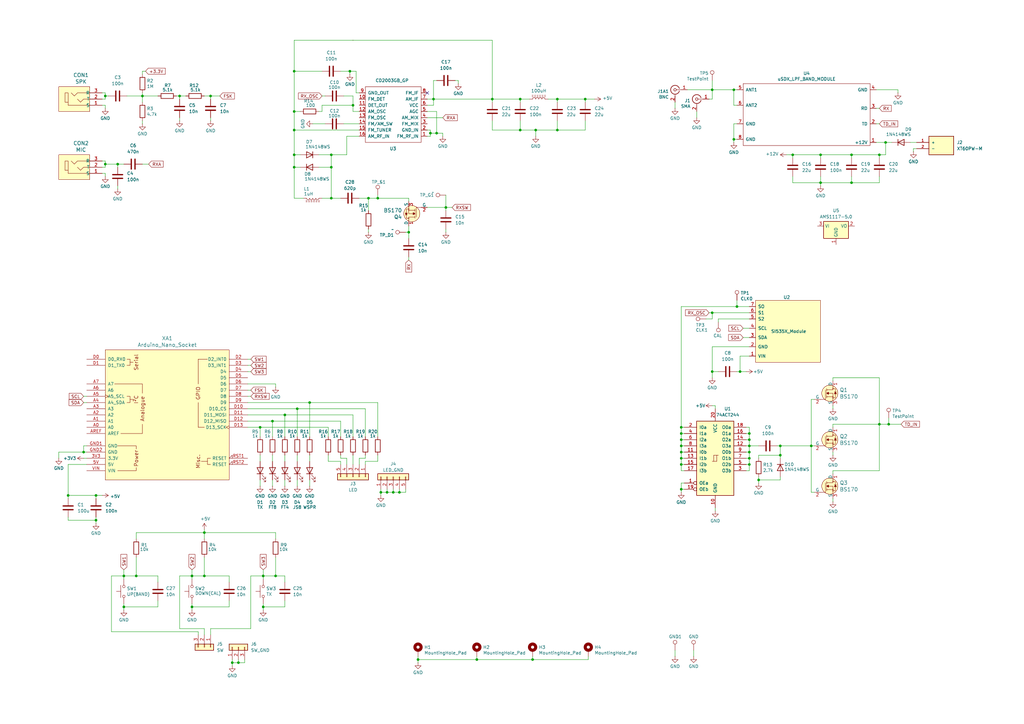
<source format=kicad_sch>
(kicad_sch (version 20250114) (generator "eeschema") (generator_version "9.0")
  (paper "A3")
  (title_block (title "ADX - Arduino based DIGITAL MODES HF Transceiver") (rev "V1.0") (company "WB2CBA"))
  (junction (at 120.65 29.21))
  (junction (at 320.04 186.69))
  (junction (at 177.8 40.64))
  (junction (at 39.37 203.2))
  (junction (at 120.65 68.58))
  (junction (at 86.36 39.37))
  (junction (at 144.78 43.18))
  (junction (at 78.74 236.22))
  (junction (at 213.36 40.64))
  (junction (at 195.58 270.51))
  (junction (at 163.83 201.93))
  (junction (at 307.34 187.96))
  (junction (at 218.44 270.51))
  (junction (at 135.89 63.5))
  (junction (at 97.79 271.78))
  (junction (at 48.26 67.31))
  (junction (at 360.68 173.99))
  (junction (at 228.6 40.64))
  (junction (at 336.55 63.5))
  (junction (at 43.18 67.31))
  (junction (at 151.13 81.28))
  (junction (at 279.4 187.96))
  (junction (at 111.76 172.72))
  (junction (at 279.4 182.88))
  (junction (at 292.1 36.83))
  (junction (at 34.29 185.42))
  (junction (at 300.99 57.15))
  (junction (at 279.4 185.42))
  (junction (at 360.68 63.5))
  (junction (at 228.6 53.34))
  (junction (at 240.03 40.64))
  (junction (at 307.34 177.8))
  (junction (at 58.42 39.37))
  (junction (at 349.25 74.93))
  (junction (at 179.07 54.61))
  (junction (at 107.95 236.22))
  (junction (at 213.36 53.34))
  (junction (at 279.4 175.26))
  (junction (at 182.88 85.09))
  (junction (at 113.03 236.22))
  (junction (at 50.8 236.22))
  (junction (at 171.45 270.51))
  (junction (at 78.74 248.92))
  (junction (at 156.21 201.93))
  (junction (at 302.26 125.73))
  (junction (at 106.68 175.26))
  (junction (at 167.64 95.25))
  (junction (at 95.25 271.78))
  (junction (at 279.4 180.34))
  (junction (at 55.88 236.22))
  (junction (at 121.92 167.64))
  (junction (at 349.25 63.5))
  (junction (at 116.84 170.18))
  (junction (at 161.29 201.93))
  (junction (at 300.99 36.83))
  (junction (at 292.1 152.4))
  (junction (at 307.34 182.88))
  (junction (at 307.34 185.42))
  (junction (at 143.51 29.21))
  (junction (at 363.22 58.42))
  (junction (at 219.71 53.34))
  (junction (at 73.66 39.37))
  (junction (at 120.65 63.5))
  (junction (at 127 165.1))
  (junction (at 50.8 248.92))
  (junction (at 332.74 182.88))
  (junction (at 135.89 81.28))
  (junction (at 292.1 128.27))
  (junction (at 307.34 180.34))
  (junction (at 201.93 40.64))
  (junction (at 320.04 182.88))
  (junction (at 135.89 68.58))
  (junction (at 176.53 54.61))
  (junction (at 303.53 152.4))
  (junction (at 325.12 63.5))
  (junction (at 279.4 200.66))
  (junction (at 279.4 190.5))
  (junction (at 27.94 203.2))
  (junction (at 39.37 213.36))
  (junction (at 311.15 196.85))
  (junction (at 307.34 190.5))
  (junction (at 107.95 248.92))
  (junction (at 364.49 173.99))
  (junction (at 120.65 53.34))
  (junction (at 336.55 74.93))
  (junction (at 43.18 39.37))
  (junction (at 83.82 218.44))
  (junction (at 83.82 236.22))
  (junction (at 158.75 201.93))
  (junction (at 279.4 177.8))
  (junction (at 154.94 81.28))
  (junction (at 120.65 45.72))
  (no_connect (at 175.26 38.1))
  (wire (pts (xy 120.65 29.21) (xy 132.08 29.21)))
  (wire (pts (xy 35.56 185.42) (xy 34.29 185.42)))
  (wire (pts (xy 276.86 266.7) (xy 276.86 269.24)))
  (wire (pts (xy 144.78 186.69) (xy 144.78 190.5)))
  (wire (pts (xy 52.07 39.37) (xy 58.42 39.37)))
  (wire (pts (xy 166.37 201.93) (xy 163.83 201.93)))
  (wire (pts (xy 58.42 39.37) (xy 58.42 41.91)))
  (wire (pts (xy 134.62 189.23) (xy 134.62 186.69)))
  (wire (pts (xy 341.63 186.69) (xy 341.63 185.42)))
  (wire (pts (xy 311.15 186.69) (xy 311.15 187.96)))
  (wire (pts (xy 320.04 186.69) (xy 311.15 186.69)))
  (wire (pts (xy 101.6 175.26) (xy 106.68 175.26)))
  (wire (pts (xy 50.8 233.68) (xy 50.8 236.22)))
  (wire (pts (xy 175.26 85.09) (xy 182.88 85.09)))
  (wire (pts (xy 175.26 40.64) (xy 177.8 40.64)))
  (wire (pts (xy 60.96 67.31) (xy 58.42 67.31)))
  (wire (pts (xy 279.4 185.42) (xy 279.4 187.96)))
  (wire (pts (xy 161.29 201.93) (xy 158.75 201.93)))
  (wire (pts (xy 83.82 39.37) (xy 86.36 39.37)))
  (wire (pts (xy 146.05 38.1) (xy 147.32 38.1)))
  (wire (pts (xy 332.74 182.88) (xy 332.74 201.93)))
  (wire (pts (xy 307.34 187.96) (xy 306.07 187.96)))
  (wire (pts (xy 318.77 182.88) (xy 320.04 182.88)))
  (wire (pts (xy 120.65 29.21) (xy 120.65 45.72)))
  (wire (pts (xy 135.89 63.5) (xy 142.24 63.5)))
  (wire (pts (xy 163.83 201.93) (xy 161.29 201.93)))
  (wire (pts (xy 195.58 270.51) (xy 218.44 270.51)))
  (wire (pts (xy 149.86 190.5) (xy 149.86 189.23)))
  (wire (pts (xy 300.99 43.18) (xy 302.26 43.18)))
  (wire (pts (xy 116.84 189.23) (xy 116.84 186.69)))
  (wire (pts (xy 121.92 196.85) (xy 121.92 199.39)))
  (wire (pts (xy 93.98 248.92) (xy 78.74 248.92)))
  (wire (pts (xy 78.74 233.68) (xy 78.74 236.22)))
  (wire (pts (xy 64.77 238.76) (xy 64.77 236.22)))
  (wire (pts (xy 48.26 67.31) (xy 50.8 67.31)))
  (wire (pts (xy 279.4 175.26) (xy 280.67 175.26)))
  (wire (pts (xy 27.94 190.5) (xy 27.94 203.2)))
  (wire (pts (xy 116.84 248.92) (xy 107.95 248.92)))
  (wire (pts (xy 307.34 185.42) (xy 306.07 185.42)))
  (wire (pts (xy 102.87 257.81) (xy 102.87 236.22)))
  (wire (pts (xy 360.68 193.04) (xy 341.63 193.04)))
  (wire (pts (xy 39.37 203.2) (xy 41.91 203.2)))
  (wire (pts (xy 349.25 72.39) (xy 349.25 74.93)))
  (wire (pts (xy 144.78 179.07) (xy 144.78 170.18)))
  (wire (pts (xy 83.82 257.81) (xy 73.66 257.81)))
  (wire (pts (xy 284.48 266.7) (xy 284.48 269.24)))
  (wire (pts (xy 45.72 236.22) (xy 50.8 236.22)))
  (wire (pts (xy 27.94 190.5) (xy 35.56 190.5)))
  (wire (pts (xy 176.53 54.61) (xy 179.07 54.61)))
  (wire (pts (xy 167.64 106.68) (xy 167.64 105.41)))
  (wire (pts (xy 341.63 154.94) (xy 341.63 156.21)))
  (wire (pts (xy 120.65 63.5) (xy 120.65 68.58)))
  (wire (pts (xy 279.4 125.73) (xy 302.26 125.73)))
  (wire (pts (xy 292.1 33.02) (xy 292.1 36.83)))
  (wire (pts (xy 213.36 40.64) (xy 217.17 40.64)))
  (wire (pts (xy 39.37 213.36) (xy 39.37 214.63)))
  (wire (pts (xy 43.18 67.31) (xy 48.26 67.31)))
  (wire (pts (xy 134.62 179.07) (xy 134.62 175.26)))
  (wire (pts (xy 27.94 213.36) (xy 39.37 213.36)))
  (wire (pts (xy 292.1 36.83) (xy 292.1 40.64)))
  (wire (pts (xy 360.68 64.77) (xy 360.68 63.5)))
  (wire (pts (xy 294.64 132.08) (xy 294.64 130.81)))
  (wire (pts (xy 302.26 57.15) (xy 300.99 57.15)))
  (wire (pts (xy 120.65 63.5) (xy 120.65 53.34)))
  (wire (pts (xy 27.94 203.2) (xy 39.37 203.2)))
  (wire (pts (xy 102.87 149.86) (xy 101.6 149.86)))
  (wire (pts (xy 34.29 182.88) (xy 34.29 185.42)))
  (wire (pts (xy 360.68 50.8) (xy 359.41 50.8)))
  (wire (pts (xy 147.32 190.5) (xy 147.32 187.96)))
  (wire (pts (xy 34.29 162.56) (xy 35.56 162.56)))
  (wire (pts (xy 132.08 45.72) (xy 130.81 45.72)))
  (wire (pts (xy 45.72 259.08) (xy 45.72 236.22)))
  (wire (pts (xy 111.76 172.72) (xy 111.76 179.07)))
  (wire (pts (xy 307.34 175.26) (xy 306.07 175.26)))
  (wire (pts (xy 101.6 165.1) (xy 127 165.1)))
  (wire (pts (xy 120.65 16.51) (xy 201.93 16.51)))
  (wire (pts (xy 218.44 270.51) (xy 241.3 270.51)))
  (wire (pts (xy 43.18 40.64) (xy 41.91 40.64)))
  (wire (pts (xy 101.6 157.48) (xy 113.03 157.48)))
  (wire (pts (xy 156.21 200.66) (xy 156.21 201.93)))
  (wire (pts (xy 132.08 81.28) (xy 135.89 81.28)))
  (wire (pts (xy 213.36 41.91) (xy 213.36 40.64)))
  (wire (pts (xy 132.08 43.18) (xy 132.08 45.72)))
  (wire (pts (xy 83.82 236.22) (xy 78.74 236.22)))
  (wire (pts (xy 364.49 173.99) (xy 369.57 173.99)))
  (wire (pts (xy 177.8 33.02) (xy 177.8 40.64)))
  (wire (pts (xy 139.7 187.96) (xy 139.7 186.69)))
  (wire (pts (xy 101.6 170.18) (xy 116.84 170.18)))
  (wire (pts (xy 219.71 53.34) (xy 228.6 53.34)))
  (wire (pts (xy 302.26 152.4) (xy 303.53 152.4)))
  (wire (pts (xy 336.55 76.2) (xy 336.55 74.93)))
  (wire (pts (xy 116.84 246.38) (xy 116.84 248.92)))
  (wire (pts (xy 73.66 39.37) (xy 72.39 39.37)))
  (wire (pts (xy 144.78 43.18) (xy 144.78 45.72)))
  (wire (pts (xy 107.95 247.65) (xy 107.95 248.92)))
  (wire (pts (xy 113.03 236.22) (xy 107.95 236.22)))
  (wire (pts (xy 175.26 43.18) (xy 177.8 43.18)))
  (wire (pts (xy 360.68 173.99) (xy 360.68 193.04)))
  (wire (pts (xy 58.42 49.53) (xy 58.42 50.8)))
  (wire (pts (xy 307.34 190.5) (xy 307.34 187.96)))
  (wire (pts (xy 144.78 170.18) (xy 116.84 170.18)))
  (wire (pts (xy 50.8 248.92) (xy 50.8 250.19)))
  (wire (pts (xy 86.36 48.26) (xy 86.36 49.53)))
  (wire (pts (xy 139.7 190.5) (xy 139.7 189.23)))
  (wire (pts (xy 279.4 200.66) (xy 279.4 201.93)))
  (wire (pts (xy 127 196.85) (xy 127 199.39)))
  (wire (pts (xy 64.77 246.38) (xy 64.77 248.92)))
  (wire (pts (xy 320.04 196.85) (xy 311.15 196.85)))
  (wire (pts (xy 332.74 182.88) (xy 334.01 182.88)))
  (wire (pts (xy 307.34 185.42) (xy 307.34 182.88)))
  (wire (pts (xy 325.12 74.93) (xy 336.55 74.93)))
  (wire (pts (xy 279.4 177.8) (xy 280.67 177.8)))
  (wire (pts (xy 43.18 44.45) (xy 43.18 43.18)))
  (wire (pts (xy 179.07 45.72) (xy 179.07 54.61)))
  (wire (pts (xy 83.82 218.44) (xy 83.82 220.98)))
  (wire (pts (xy 58.42 39.37) (xy 58.42 38.1)))
  (wire (pts (xy 50.8 247.65) (xy 50.8 248.92)))
  (wire (pts (xy 307.34 190.5) (xy 306.07 190.5)))
  (wire (pts (xy 307.34 182.88) (xy 311.15 182.88)))
  (wire (pts (xy 149.86 179.07) (xy 149.86 167.64)))
  (wire (pts (xy 363.22 58.42) (xy 365.76 58.42)))
  (wire (pts (xy 149.86 189.23) (xy 154.94 189.23)))
  (wire (pts (xy 373.38 58.42) (xy 375.92 58.42)))
  (wire (pts (xy 43.18 38.1) (xy 41.91 38.1)))
  (wire (pts (xy 146.05 29.21) (xy 146.05 38.1)))
  (wire (pts (xy 86.36 39.37) (xy 86.36 40.64)))
  (wire (pts (xy 34.29 165.1) (xy 35.56 165.1)))
  (wire (pts (xy 43.18 66.04) (xy 43.18 67.31)))
  (wire (pts (xy 135.89 63.5) (xy 135.89 68.58)))
  (wire (pts (xy 58.42 29.21) (xy 59.69 29.21)))
  (wire (pts (xy 292.1 40.64) (xy 290.83 40.64)))
  (wire (pts (xy 374.65 60.96) (xy 374.65 62.23)))
  (wire (pts (xy 320.04 186.69) (xy 320.04 187.96)))
  (wire (pts (xy 332.74 163.83) (xy 332.74 182.88)))
  (wire (pts (xy 135.89 68.58) (xy 135.89 81.28)))
  (wire (pts (xy 292.1 152.4) (xy 294.64 152.4)))
  (wire (pts (xy 279.4 193.04) (xy 280.67 193.04)))
  (wire (pts (xy 349.25 63.5) (xy 360.68 63.5)))
  (wire (pts (xy 300.99 36.83) (xy 300.99 43.18)))
  (wire (pts (xy 166.37 95.25) (xy 167.64 95.25)))
  (wire (pts (xy 187.96 34.29) (xy 187.96 33.02)))
  (wire (pts (xy 292.1 152.4) (xy 292.1 154.94)))
  (wire (pts (xy 303.53 152.4) (xy 306.07 152.4)))
  (wire (pts (xy 102.87 236.22) (xy 107.95 236.22)))
  (wire (pts (xy 360.68 44.45) (xy 359.41 44.45)))
  (wire (pts (xy 34.29 187.96) (xy 35.56 187.96)))
  (wire (pts (xy 218.44 269.24) (xy 218.44 270.51)))
  (wire (pts (xy 279.4 125.73) (xy 279.4 175.26)))
  (wire (pts (xy 276.86 41.91) (xy 276.86 44.45)))
  (wire (pts (xy 86.36 257.81) (xy 102.87 257.81)))
  (wire (pts (xy 279.4 198.12) (xy 279.4 200.66)))
  (wire (pts (xy 113.03 218.44) (xy 113.03 220.98)))
  (wire (pts (xy 300.99 36.83) (xy 302.26 36.83)))
  (wire (pts (xy 279.4 175.26) (xy 279.4 177.8)))
  (wire (pts (xy 182.88 80.01) (xy 182.88 85.09)))
  (wire (pts (xy 304.8 138.43) (xy 307.34 138.43)))
  (wire (pts (xy 133.35 39.37) (xy 132.08 39.37)))
  (wire (pts (xy 106.68 189.23) (xy 106.68 186.69)))
  (wire (pts (xy 34.29 185.42) (xy 24.13 185.42)))
  (wire (pts (xy 147.32 81.28) (xy 151.13 81.28)))
  (wire (pts (xy 64.77 248.92) (xy 50.8 248.92)))
  (wire (pts (xy 135.89 81.28) (xy 139.7 81.28)))
  (wire (pts (xy 100.33 270.51) (xy 100.33 271.78)))
  (wire (pts (xy 128.27 50.8) (xy 133.35 50.8)))
  (wire (pts (xy 293.37 167.64) (xy 293.37 166.37)))
  (wire (pts (xy 73.66 48.26) (xy 73.66 49.53)))
  (wire (pts (xy 374.65 60.96) (xy 375.92 60.96)))
  (wire (pts (xy 289.56 130.81) (xy 292.1 130.81)))
  (wire (pts (xy 106.68 196.85) (xy 106.68 199.39)))
  (wire (pts (xy 113.03 228.6) (xy 113.03 236.22)))
  (wire (pts (xy 307.34 180.34) (xy 306.07 180.34)))
  (wire (pts (xy 121.92 167.64) (xy 121.92 179.07)))
  (wire (pts (xy 86.36 257.81) (xy 86.36 260.35)))
  (wire (pts (xy 83.82 260.35) (xy 83.82 257.81)))
  (wire (pts (xy 95.25 271.78) (xy 97.79 271.78)))
  (wire (pts (xy 39.37 212.09) (xy 39.37 213.36)))
  (wire (pts (xy 127 189.23) (xy 127 186.69)))
  (wire (pts (xy 100.33 271.78) (xy 97.79 271.78)))
  (wire (pts (xy 27.94 204.47) (xy 27.94 203.2)))
  (wire (pts (xy 48.26 76.2) (xy 48.26 77.47)))
  (wire (pts (xy 228.6 53.34) (xy 240.03 53.34)))
  (wire (pts (xy 158.75 200.66) (xy 158.75 201.93)))
  (wire (pts (xy 176.53 55.88) (xy 176.53 54.61)))
  (wire (pts (xy 219.71 55.88) (xy 219.71 53.34)))
  (wire (pts (xy 139.7 189.23) (xy 134.62 189.23)))
  (wire (pts (xy 151.13 86.36) (xy 151.13 81.28)))
  (wire (pts (xy 81.28 259.08) (xy 45.72 259.08)))
  (wire (pts (xy 171.45 270.51) (xy 195.58 270.51)))
  (wire (pts (xy 292.1 142.24) (xy 292.1 152.4)))
  (wire (pts (xy 43.18 66.04) (xy 41.91 66.04)))
  (wire (pts (xy 116.84 196.85) (xy 116.84 199.39)))
  (wire (pts (xy 279.4 180.34) (xy 279.4 182.88)))
  (wire (pts (xy 279.4 190.5) (xy 280.67 190.5)))
  (wire (pts (xy 307.34 130.81) (xy 294.64 130.81)))
  (wire (pts (xy 176.53 53.34) (xy 175.26 53.34)))
  (wire (pts (xy 280.67 198.12) (xy 279.4 198.12)))
  (wire (pts (xy 43.18 71.12) (xy 43.18 72.39)))
  (wire (pts (xy 134.62 175.26) (xy 106.68 175.26)))
  (wire (pts (xy 360.68 173.99) (xy 364.49 173.99)))
  (wire (pts (xy 73.66 39.37) (xy 76.2 39.37)))
  (wire (pts (xy 279.4 185.42) (xy 279.4 182.88)))
  (wire (pts (xy 304.8 134.62) (xy 307.34 134.62)))
  (wire (pts (xy 106.68 175.26) (xy 106.68 179.07)))
  (wire (pts (xy 341.63 167.64) (xy 341.63 166.37)))
  (wire (pts (xy 293.37 208.28) (xy 293.37 209.55)))
  (wire (pts (xy 311.15 196.85) (xy 311.15 198.12)))
  (wire (pts (xy 154.94 81.28) (xy 151.13 81.28)))
  (wire (pts (xy 123.19 63.5) (xy 120.65 63.5)))
  (wire (pts (xy 240.03 41.91) (xy 240.03 40.64)))
  (wire (pts (xy 336.55 74.93) (xy 349.25 74.93)))
  (wire (pts (xy 86.36 39.37) (xy 90.17 39.37)))
  (wire (pts (xy 139.7 179.07) (xy 139.7 172.72)))
  (wire (pts (xy 228.6 41.91) (xy 228.6 40.64)))
  (wire (pts (xy 167.64 92.71) (xy 167.64 95.25)))
  (wire (pts (xy 43.18 43.18) (xy 41.91 43.18)))
  (wire (pts (xy 97.79 270.51) (xy 97.79 271.78)))
  (wire (pts (xy 302.26 123.19) (xy 302.26 125.73)))
  (wire (pts (xy 175.26 48.26) (xy 181.61 48.26)))
  (wire (pts (xy 213.36 53.34) (xy 219.71 53.34)))
  (wire (pts (xy 201.93 40.64) (xy 213.36 40.64)))
  (wire (pts (xy 320.04 195.58) (xy 320.04 196.85)))
  (wire (pts (xy 101.6 172.72) (xy 111.76 172.72)))
  (wire (pts (xy 292.1 142.24) (xy 307.34 142.24)))
  (wire (pts (xy 302.26 125.73) (xy 307.34 125.73)))
  (wire (pts (xy 279.4 190.5) (xy 279.4 193.04)))
  (wire (pts (xy 83.82 217.17) (xy 83.82 218.44)))
  (wire (pts (xy 175.26 45.72) (xy 179.07 45.72)))
  (wire (pts (xy 43.18 38.1) (xy 43.18 39.37)))
  (wire (pts (xy 325.12 64.77) (xy 325.12 63.5)))
  (wire (pts (xy 55.88 236.22) (xy 55.88 228.6)))
  (wire (pts (xy 58.42 39.37) (xy 64.77 39.37)))
  (wire (pts (xy 292.1 130.81) (xy 292.1 128.27)))
  (wire (pts (xy 107.95 236.22) (xy 107.95 237.49)))
  (wire (pts (xy 307.34 180.34) (xy 307.34 182.88)))
  (wire (pts (xy 307.34 177.8) (xy 306.07 177.8)))
  (wire (pts (xy 43.18 68.58) (xy 41.91 68.58)))
  (wire (pts (xy 140.97 50.8) (xy 147.32 50.8)))
  (wire (pts (xy 95.25 271.78) (xy 95.25 273.05)))
  (wire (pts (xy 149.86 187.96) (xy 149.86 186.69)))
  (wire (pts (xy 161.29 200.66) (xy 161.29 201.93)))
  (wire (pts (xy 359.41 58.42) (xy 363.22 58.42)))
  (wire (pts (xy 111.76 196.85) (xy 111.76 199.39)))
  (wire (pts (xy 341.63 193.04) (xy 341.63 194.31)))
  (wire (pts (xy 307.34 180.34) (xy 307.34 177.8)))
  (wire (pts (xy 307.34 193.04) (xy 306.07 193.04)))
  (wire (pts (xy 241.3 269.24) (xy 241.3 270.51)))
  (wire (pts (xy 50.8 236.22) (xy 50.8 237.49)))
  (wire (pts (xy 139.7 187.96) (xy 142.24 187.96)))
  (wire (pts (xy 182.88 95.25) (xy 182.88 93.98)))
  (wire (pts (xy 43.18 39.37) (xy 43.18 40.64)))
  (wire (pts (xy 292.1 128.27) (xy 307.34 128.27)))
  (wire (pts (xy 307.34 182.88) (xy 306.07 182.88)))
  (wire (pts (xy 293.37 166.37) (xy 292.1 166.37)))
  (wire (pts (xy 279.4 185.42) (xy 280.67 185.42)))
  (wire (pts (xy 166.37 200.66) (xy 166.37 201.93)))
  (wire (pts (xy 142.24 55.88) (xy 147.32 55.88)))
  (wire (pts (xy 102.87 152.4) (xy 101.6 152.4)))
  (wire (pts (xy 213.36 49.53) (xy 213.36 53.34)))
  (wire (pts (xy 167.64 95.25) (xy 167.64 97.79)))
  (wire (pts (xy 120.65 29.21) (xy 120.65 16.51)))
  (wire (pts (xy 73.66 257.81) (xy 73.66 236.22)))
  (wire (pts (xy 27.94 212.09) (xy 27.94 213.36)))
  (wire (pts (xy 144.78 45.72) (xy 147.32 45.72)))
  (wire (pts (xy 201.93 41.91) (xy 201.93 40.64)))
  (wire (pts (xy 360.68 74.93) (xy 349.25 74.93)))
  (wire (pts (xy 102.87 147.32) (xy 101.6 147.32)))
  (wire (pts (xy 325.12 63.5) (xy 336.55 63.5)))
  (wire (pts (xy 83.82 228.6) (xy 83.82 236.22)))
  (wire (pts (xy 336.55 63.5) (xy 336.55 64.77)))
  (wire (pts (xy 167.64 81.28) (xy 167.64 82.55)))
  (wire (pts (xy 201.93 16.51) (xy 201.93 40.64)))
  (wire (pts (xy 107.95 248.92) (xy 107.95 250.19)))
  (wire (pts (xy 176.53 55.88) (xy 175.26 55.88)))
  (wire (pts (xy 43.18 39.37) (xy 44.45 39.37)))
  (wire (pts (xy 154.94 165.1) (xy 127 165.1)))
  (wire (pts (xy 142.24 187.96) (xy 142.24 190.5)))
  (wire (pts (xy 307.34 185.42) (xy 307.34 187.96)))
  (wire (pts (xy 101.6 160.02) (xy 102.87 160.02)))
  (wire (pts (xy 360.68 63.5) (xy 363.22 63.5)))
  (wire (pts (xy 123.19 68.58) (xy 120.65 68.58)))
  (wire (pts (xy 341.63 173.99) (xy 341.63 175.26)))
  (wire (pts (xy 121.92 189.23) (xy 121.92 186.69)))
  (wire (pts (xy 55.88 218.44) (xy 83.82 218.44)))
  (wire (pts (xy 303.53 146.05) (xy 307.34 146.05)))
  (wire (pts (xy 177.8 33.02) (xy 179.07 33.02)))
  (wire (pts (xy 336.55 72.39) (xy 336.55 74.93)))
  (wire (pts (xy 171.45 269.24) (xy 171.45 270.51)))
  (wire (pts (xy 167.64 81.28) (xy 154.94 81.28)))
  (wire (pts (xy 228.6 40.64) (xy 240.03 40.64)))
  (wire (pts (xy 177.8 40.64) (xy 177.8 43.18)))
  (wire (pts (xy 368.3 36.83) (xy 368.3 38.1)))
  (wire (pts (xy 360.68 154.94) (xy 360.68 173.99)))
  (wire (pts (xy 176.53 54.61) (xy 176.53 53.34)))
  (wire (pts (xy 146.05 29.21) (xy 143.51 29.21)))
  (wire (pts (xy 95.25 270.51) (xy 95.25 271.78)))
  (wire (pts (xy 151.13 93.98) (xy 151.13 95.25)))
  (wire (pts (xy 78.74 247.65) (xy 78.74 248.92)))
  (wire (pts (xy 201.93 53.34) (xy 213.36 53.34)))
  (wire (pts (xy 139.7 29.21) (xy 143.51 29.21)))
  (wire (pts (xy 73.66 39.37) (xy 73.66 40.64)))
  (wire (pts (xy 116.84 236.22) (xy 113.03 236.22)))
  (wire (pts (xy 93.98 236.22) (xy 83.82 236.22)))
  (wire (pts (xy 35.56 182.88) (xy 34.29 182.88)))
  (wire (pts (xy 360.68 72.39) (xy 360.68 74.93)))
  (wire (pts (xy 279.4 180.34) (xy 280.67 180.34)))
  (wire (pts (xy 140.97 39.37) (xy 144.78 39.37)))
  (wire (pts (xy 179.07 54.61) (xy 181.61 54.61)))
  (wire (pts (xy 240.03 49.53) (xy 240.03 53.34)))
  (wire (pts (xy 307.34 175.26) (xy 307.34 177.8)))
  (wire (pts (xy 43.18 71.12) (xy 41.91 71.12)))
  (wire (pts (xy 147.32 187.96) (xy 149.86 187.96)))
  (wire (pts (xy 341.63 173.99) (xy 360.68 173.99)))
  (wire (pts (xy 292.1 36.83) (xy 300.99 36.83)))
  (wire (pts (xy 120.65 53.34) (xy 120.65 45.72)))
  (wire (pts (xy 55.88 218.44) (xy 55.88 220.98)))
  (wire (pts (xy 81.28 260.35) (xy 81.28 259.08)))
  (wire (pts (xy 279.4 180.34) (xy 279.4 177.8)))
  (wire (pts (xy 332.74 201.93) (xy 334.01 201.93)))
  (wire (pts (xy 285.75 48.26) (xy 285.75 45.72)))
  (wire (pts (xy 336.55 63.5) (xy 349.25 63.5)))
  (wire (pts (xy 300.99 50.8) (xy 300.99 57.15)))
  (wire (pts (xy 300.99 57.15) (xy 300.99 58.42)))
  (wire (pts (xy 281.94 36.83) (xy 292.1 36.83)))
  (wire (pts (xy 349.25 63.5) (xy 349.25 64.77)))
  (wire (pts (xy 93.98 238.76) (xy 93.98 236.22)))
  (wire (pts (xy 201.93 53.34) (xy 201.93 49.53)))
  (wire (pts (xy 185.42 85.09) (xy 182.88 85.09)))
  (wire (pts (xy 78.74 248.92) (xy 78.74 250.19)))
  (wire (pts (xy 73.66 236.22) (xy 78.74 236.22)))
  (wire (pts (xy 228.6 49.53) (xy 228.6 53.34)))
  (wire (pts (xy 359.41 36.83) (xy 368.3 36.83)))
  (wire (pts (xy 43.18 67.31) (xy 43.18 68.58)))
  (wire (pts (xy 39.37 204.47) (xy 39.37 203.2)))
  (wire (pts (xy 290.83 128.27) (xy 292.1 128.27)))
  (wire (pts (xy 120.65 53.34) (xy 147.32 53.34)))
  (wire (pts (xy 320.04 182.88) (xy 332.74 182.88)))
  (wire (pts (xy 50.8 236.22) (xy 55.88 236.22)))
  (wire (pts (xy 279.4 187.96) (xy 279.4 190.5)))
  (wire (pts (xy 332.74 163.83) (xy 334.01 163.83)))
  (wire (pts (xy 116.84 238.76) (xy 116.84 236.22)))
  (wire (pts (xy 177.8 40.64) (xy 201.93 40.64)))
  (wire (pts (xy 307.34 190.5) (xy 307.34 193.04)))
  (wire (pts (xy 111.76 189.23) (xy 111.76 186.69)))
  (wire (pts (xy 156.21 201.93) (xy 156.21 203.2)))
  (wire (pts (xy 93.98 246.38) (xy 93.98 248.92)))
  (wire (pts (xy 363.22 58.42) (xy 363.22 63.5)))
  (wire (pts (xy 163.83 200.66) (xy 163.83 201.93)))
  (wire (pts (xy 322.58 63.5) (xy 325.12 63.5)))
  (wire (pts (xy 181.61 54.61) (xy 181.61 55.88)))
  (wire (pts (xy 107.95 233.68) (xy 107.95 236.22)))
  (wire (pts (xy 311.15 195.58) (xy 311.15 196.85)))
  (wire (pts (xy 113.03 157.48) (xy 113.03 158.75)))
  (wire (pts (xy 341.63 154.94) (xy 360.68 154.94)))
  (wire (pts (xy 279.4 182.88) (xy 280.67 182.88)))
  (wire (pts (xy 154.94 179.07) (xy 154.94 165.1)))
  (wire (pts (xy 303.53 152.4) (xy 303.53 146.05)))
  (wire (pts (xy 158.75 201.93) (xy 156.21 201.93)))
  (wire (pts (xy 186.69 33.02) (xy 187.96 33.02)))
  (wire (pts (xy 154.94 80.01) (xy 154.94 81.28)))
  (wire (pts (xy 144.78 39.37) (xy 144.78 43.18)))
  (wire (pts (xy 130.81 63.5) (xy 135.89 63.5)))
  (wire (pts (xy 154.94 189.23) (xy 154.94 186.69)))
  (wire (pts (xy 142.24 63.5) (xy 142.24 55.88)))
  (wire (pts (xy 78.74 236.22) (xy 78.74 237.49)))
  (wire (pts (xy 101.6 162.56) (xy 102.87 162.56)))
  (wire (pts (xy 341.63 205.74) (xy 341.63 204.47)))
  (wire (pts (xy 24.13 185.42) (xy 24.13 187.96)))
  (wire (pts (xy 143.51 29.21) (xy 143.51 30.48)))
  (wire (pts (xy 149.86 167.64) (xy 121.92 167.64)))
  (wire (pts (xy 182.88 86.36) (xy 182.88 85.09)))
  (wire (pts (xy 224.79 40.64) (xy 228.6 40.64)))
  (wire (pts (xy 240.03 40.64) (xy 243.84 40.64)))
  (wire (pts (xy 120.65 68.58) (xy 120.65 81.28)))
  (wire (pts (xy 123.19 45.72) (xy 120.65 45.72)))
  (wire (pts (xy 83.82 218.44) (xy 113.03 218.44)))
  (wire (pts (xy 101.6 167.64) (xy 121.92 167.64)))
  (wire (pts (xy 195.58 269.24) (xy 195.58 270.51)))
  (wire (pts (xy 130.81 68.58) (xy 135.89 68.58)))
  (wire (pts (xy 55.88 236.22) (xy 64.77 236.22)))
  (wire (pts (xy 132.08 43.18) (xy 144.78 43.18)))
  (wire (pts (xy 139.7 172.72) (xy 111.76 172.72)))
  (wire (pts (xy 127 165.1) (xy 127 179.07)))
  (wire (pts (xy 364.49 171.45) (xy 364.49 173.99)))
  (wire (pts (xy 171.45 270.51) (xy 171.45 271.78)))
  (wire (pts (xy 325.12 72.39) (xy 325.12 74.93)))
  (wire (pts (xy 320.04 182.88) (xy 320.04 186.69)))
  (wire (pts (xy 48.26 68.58) (xy 48.26 67.31)))
  (wire (pts (xy 279.4 187.96) (xy 280.67 187.96)))
  (wire (pts (xy 280.67 200.66) (xy 279.4 200.66)))
  (wire (pts (xy 124.46 81.28) (xy 120.65 81.28)))
  (wire (pts (xy 58.42 29.21) (xy 58.42 30.48)))
  (wire (pts (xy 116.84 170.18) (xy 116.84 179.07)))
  (wire (pts (xy 302.26 50.8) (xy 300.99 50.8)))
  (global_label "SW3" (shape input) (at 102.87 152.4 0) (property "Intersheetrefs" "${INTERSHEET_REFS}" (effects (hide yes))))
  (global_label "SW2" (shape input) (at 102.87 149.86 0) (property "Intersheetrefs" "${INTERSHEET_REFS}" (effects (hide yes))))
  (global_label "FSK" (shape input) (at 90.17 39.37 0) (property "Intersheetrefs" "${INTERSHEET_REFS}" (effects (hide yes))))
  (global_label "SCL" (shape input) (at 304.8 134.62 180) (property "Intersheetrefs" "${INTERSHEET_REFS}" (effects (hide yes))))
  (global_label "+3.3V" (shape input) (at 59.69 29.21 0) (property "Intersheetrefs" "${INTERSHEET_REFS}" (effects (hide yes))))
  (global_label "SDA" (shape input) (at 304.8 138.43 180) (property "Intersheetrefs" "${INTERSHEET_REFS}" (effects (hide yes))))
  (global_label "SCL" (shape input) (at 34.29 162.56 180) (property "Intersheetrefs" "${INTERSHEET_REFS}" (effects (hide yes))))
  (global_label "RXA" (shape input) (at 181.61 48.26 0) (property "Intersheetrefs" "${INTERSHEET_REFS}" (effects (hide yes))))
  (global_label "RXSW" (shape input) (at 185.42 85.09 0) (property "Intersheetrefs" "${INTERSHEET_REFS}" (effects (hide yes))))
  (global_label "RX" (shape input) (at 167.64 106.68 270) (property "Intersheetrefs" "${INTERSHEET_REFS}" (effects (hide yes))))
  (global_label "TD_IN" (shape input) (at 369.57 173.99 0) (property "Intersheetrefs" "${INTERSHEET_REFS}" (effects (hide yes))))
  (global_label "TD_IN" (shape input) (at 360.68 50.8 0) (property "Intersheetrefs" "${INTERSHEET_REFS}" (effects (hide yes))))
  (global_label "RX_OSC" (shape input) (at 132.08 39.37 180) (property "Intersheetrefs" "${INTERSHEET_REFS}" (effects (hide yes))))
  (global_label "SDA" (shape input) (at 34.29 165.1 180) (property "Intersheetrefs" "${INTERSHEET_REFS}" (effects (hide yes))))
  (global_label "RX_OSC" (shape input) (at 290.83 128.27 180) (property "Intersheetrefs" "${INTERSHEET_REFS}" (effects (hide yes))))
  (global_label "RX" (shape input) (at 360.68 44.45 0) (property "Intersheetrefs" "${INTERSHEET_REFS}" (effects (hide yes))))
  (global_label "RXSW" (shape input) (at 102.87 162.56 0) (property "Intersheetrefs" "${INTERSHEET_REFS}" (effects (hide yes))))
  (global_label "FSK" (shape input) (at 102.87 160.02 0) (property "Intersheetrefs" "${INTERSHEET_REFS}" (effects (hide yes))))
  (global_label "SW3" (shape input) (at 107.95 233.68 90) (property "Intersheetrefs" "${INTERSHEET_REFS}" (effects (hide yes))))
  (global_label "SW2" (shape input) (at 78.74 233.68 90) (property "Intersheetrefs" "${INTERSHEET_REFS}" (effects (hide yes))))
  (global_label "RXA" (shape input) (at 60.96 67.31 0) (property "Intersheetrefs" "${INTERSHEET_REFS}" (effects (hide yes))))
  (global_label "SW1" (shape input) (at 50.8 233.68 90) (property "Intersheetrefs" "${INTERSHEET_REFS}" (effects (hide yes))))
  (global_label "SW1" (shape input) (at 102.87 147.32 0) (property "Intersheetrefs" "${INTERSHEET_REFS}" (effects (hide yes))))
  (symbol (lib_id "ADX-rescue:SI535X_Module-VFO-ESP-WSPR-PCB-TTL-PA_FINAL-rescue-DIGI_UNO_TX-rescue-DTX-rescue") (at 322.58 135.89 0) (unit 1)
    (property "Reference" "U2" (at 321.31 121.92 0) (effects (justify left)))
    (property "Value" "SI535X_Module" (at 316.23 135.89 0) (effects (justify left)))
    (property "Footprint" "VFO_footprint:SI5351 Module_Vertical" (effects (hide yes)))
  )
  (symbol (lib_id "Connector:Conn_Coaxial") (at 285.75 40.64 0) (mirror y) (unit 1)
    (property "Reference" "J1" (at 283.21 41.275 0) (effects (justify left)))
    (property "Value" "SMA" (at 283.21 43.5864 0) (effects (justify left)))
    (property "Footprint" "SMA_EDGE:SMA_Samtec_SMA-J-P-X-ST-EM1_EdgeMount" (effects (hide yes)))
  )
  (symbol (lib_id "74xx:74LS244") (at 293.37 187.96 0) (unit 1)
    (property "Reference" "U1" (at 298.45 167.64 0))
    (property "Value" "74ACT244" (at 298.45 170.18 0))
    (property "Footprint" "Package_SO:TSSOP-20_4.4x6.5mm_P0.65mm" (effects (hide yes)))
    (property "Datasheet" "http://www.ti.com/lit/gpn/sn74LS244" (effects (hide yes)))
    (property "MFR" "512-74ACT244MTCX" (effects (hide yes)))
  )
  (symbol (lib_id "Connector:TestPoint") (at 292.1 33.02 0) (mirror y) (unit 1)
    (property "Reference" "TP5" (at 290.6268 30.0228 0) (effects (justify left)))
    (property "Value" "TestPoint" (at 290.6268 32.3342 0) (effects (justify left)))
    (property "Footprint" "TestPoint:TestPoint_THTPad_2.0x2.0mm_Drill1.0mm" (effects (hide yes)))
  )
  (symbol (lib_id "Connector:TestPoint") (at 364.49 171.45 0) (unit 1)
    (property "Reference" "TP4" (at 365.9632 168.4528 0) (effects (justify left)))
    (property "Value" "TestPoint" (at 365.9632 170.7642 0) (effects (justify left)))
    (property "Footprint" "TestPoint:TestPoint_THTPad_2.0x2.0mm_Drill1.0mm" (effects (hide yes)))
  )
  (symbol (lib_id "ADX-rescue:uSDX_LPF_BAND_MODULE-uSDX_LPF_BAND_Module-DIGI_UNO_TX-rescue-DTX-rescue") (at 331.47 46.99 0) (mirror x) (unit 1)
    (property "Reference" "U4" (at 330.835 30.099 0))
    (property "Value" "uSDX_LPF_BAND_MODULE" (at 330.835 32.4104 0))
    (property "Footprint" "uSDX_LPF_BAND_MODULE:uSDX_LPF_Band_Module" (effects (hide yes)))
  )
  (symbol (lib_id "Device:R") (at 311.15 191.77 0) (unit 1)
    (property "Reference" "R13" (at 312.928 190.6016 0) (effects (justify left)))
    (property "Value" "2.7k" (at 312.928 192.913 0) (effects (justify left)))
    (property "Footprint" "Resistor_SMD:R_0603_1608Metric" (effects (hide yes)))
    (property "MFR" "0603WAF2701T5E" (effects (hide yes)))
  )
  (symbol (lib_id "ADX-rescue:BS170-dk_Transistors-FETs-MOSFETs-Single") (at 341.63 161.29 0) (unit 1)
    (property "Reference" "Q1" (at 344.3732 159.9438 0) (effects (font (size 1.524 1.524)) (justify left)))
    (property "Value" "BS170" (at 344.3732 162.6362 0) (effects (font (size 1.524 1.524)) (justify left)))
    (property "Footprint" "Package_TO_SOT_THT:TO-92_HandSolder" (effects (hide yes)))
    (property "Datasheet" "https://www.onsemi.com/pub/Collateral/BS170-D.PDF" (effects (hide yes)))
    (property "Description" "MOSFET N-CH 60V 500MA TO-92" (effects (hide yes)))
    (property "Digi-Key_PN" "BS170-ND" (effects (hide yes)))
    (property "MPN" "BS170" (effects (hide yes)))
    (property "Category" "Discrete Semiconductor Products" (effects (hide yes)))
    (property "Family" "Transistors - FETs, MOSFETs - Single" (effects (hide yes)))
    (property "DK_Datasheet_Link" "https://www.onsemi.com/pub/Collateral/BS170-D.PDF" (effects (hide yes)))
    (property "DK_Detail_Page" "/product-detail/en/on-semiconductor/BS170/BS170-ND/244280" (effects (hide yes)))
    (property "Manufacturer" "ON Semiconductor" (effects (hide yes)))
    (property "Status" "Active" (effects (hide yes)))
  )
  (symbol (lib_id "ADX-rescue:BS170-dk_Transistors-FETs-MOSFETs-Single") (at 341.63 180.34 0) (unit 1)
    (property "Reference" "Q2" (at 344.3732 178.9938 0) (effects (font (size 1.524 1.524)) (justify left)))
    (property "Value" "BS170" (at 344.3732 181.6862 0) (effects (font (size 1.524 1.524)) (justify left)))
    (property "Footprint" "Package_TO_SOT_THT:TO-92_HandSolder" (effects (hide yes)))
    (property "Datasheet" "https://www.onsemi.com/pub/Collateral/BS170-D.PDF" (effects (hide yes)))
    (property "Description" "MOSFET N-CH 60V 500MA TO-92" (effects (hide yes)))
    (property "Digi-Key_PN" "BS170-ND" (effects (hide yes)))
    (property "MPN" "BS170" (effects (hide yes)))
    (property "Category" "Discrete Semiconductor Products" (effects (hide yes)))
    (property "Family" "Transistors - FETs, MOSFETs - Single" (effects (hide yes)))
    (property "DK_Datasheet_Link" "https://www.onsemi.com/pub/Collateral/BS170-D.PDF" (effects (hide yes)))
    (property "DK_Detail_Page" "/product-detail/en/on-semiconductor/BS170/BS170-ND/244280" (effects (hide yes)))
    (property "Manufacturer" "ON Semiconductor" (effects (hide yes)))
    (property "Status" "Active" (effects (hide yes)))
  )
  (symbol (lib_id "ADX-rescue:BS170-dk_Transistors-FETs-MOSFETs-Single") (at 341.63 199.39 0) (unit 1)
    (property "Reference" "Q3" (at 344.3732 198.0438 0) (effects (font (size 1.524 1.524)) (justify left)))
    (property "Value" "BS170" (at 344.3732 200.7362 0) (effects (font (size 1.524 1.524)) (justify left)))
    (property "Footprint" "Package_TO_SOT_THT:TO-92_HandSolder" (effects (hide yes)))
    (property "Datasheet" "https://www.onsemi.com/pub/Collateral/BS170-D.PDF" (effects (hide yes)))
    (property "Description" "MOSFET N-CH 60V 500MA TO-92" (effects (hide yes)))
    (property "Digi-Key_PN" "BS170-ND" (effects (hide yes)))
    (property "MPN" "BS170" (effects (hide yes)))
    (property "Category" "Discrete Semiconductor Products" (effects (hide yes)))
    (property "Family" "Transistors - FETs, MOSFETs - Single" (effects (hide yes)))
    (property "DK_Datasheet_Link" "https://www.onsemi.com/pub/Collateral/BS170-D.PDF" (effects (hide yes)))
    (property "DK_Detail_Page" "/product-detail/en/on-semiconductor/BS170/BS170-ND/244280" (effects (hide yes)))
    (property "Manufacturer" "ON Semiconductor" (effects (hide yes)))
    (property "Status" "Active" (effects (hide yes)))
  )
  (symbol (lib_id "Connector:TestPoint") (at 302.26 123.19 0) (unit 1)
    (property "Reference" "TP1" (at 303.7332 120.1928 0) (effects (justify left)))
    (property "Value" "CLK0" (at 303.7332 122.5042 0) (effects (justify left)))
    (property "Footprint" "TestPoint:TestPoint_THTPad_2.0x2.0mm_Drill1.0mm" (effects (hide yes)))
  )
  (symbol (lib_id "Connector:TestPoint") (at 289.56 130.81 90) (unit 1)
    (property "Reference" "TP3" (at 289.052 133.35 90) (effects (justify left)))
    (property "Value" "CLK1" (at 290.322 135.382 90) (effects (justify left)))
    (property "Footprint" "TestPoint:TestPoint_THTPad_2.0x2.0mm_Drill1.0mm" (effects (hide yes)))
  )
  (symbol (lib_id "Device:LED") (at 106.68 193.04 90) (unit 1)
    (property "Reference" "D1" (at 106.68 205.994 90))
    (property "Value" "TX" (at 106.68 208.026 90))
    (property "Footprint" "LED_THT:LED_D3.0mm" (effects (hide yes)))
  )
  (symbol (lib_id "Device:R") (at 106.68 182.88 0) (unit 1)
    (property "Reference" "R5" (at 104.648 177.038 0))
    (property "Value" "1k" (at 104.648 178.816 0))
    (property "Footprint" "Resistor_SMD:R_0402_1005Metric" (effects (hide yes)))
    (property "MFR" "0402WGF1001TCE" (effects (hide yes)))
  )
  (symbol (lib_id "Device:R") (at 58.42 34.29 0) (unit 1)
    (property "Reference" "R2" (at 60.198 33.1216 0) (effects (justify left)))
    (property "Value" "1M" (at 60.198 35.433 0) (effects (justify left)))
    (property "Footprint" "Resistor_SMD:R_0402_1005Metric" (effects (hide yes)))
    (property "MFR" "0402WGF1004TCE" (effects (hide yes)))
  )
  (symbol (lib_id "Device:R") (at 58.42 45.72 0) (unit 1)
    (property "Reference" "R3" (at 60.198 44.5516 0) (effects (justify left)))
    (property "Value" "4.7k" (at 60.198 46.863 0) (effects (justify left)))
    (property "Footprint" "Resistor_SMD:R_0402_1005Metric" (effects (hide yes)))
    (property "MFR" "0402WGF4701TCE" (effects (hide yes)))
  )
  (symbol (lib_id "Device:R") (at 68.58 39.37 90) (unit 1)
    (property "Reference" "R7" (at 70.104 35.052 90) (effects (justify left)))
    (property "Value" "5.1k" (at 70.866 36.83 90) (effects (justify left)))
    (property "Footprint" "Resistor_SMD:R_0402_1005Metric" (effects (hide yes)))
    (property "MFR" "0402WGF5101TCE" (effects (hide yes)))
  )
  (symbol (lib_id "ADX-rescue:Arduino_Nano_Socket-arduino") (at 68.58 170.18 0) (unit 1)
    (property "Reference" "XA1" (at 68.58 138.7602 0) (effects (font (size 1.524 1.524))))
    (property "Value" "Arduino_Nano_Socket" (at 68.58 141.4526 0) (effects (font (size 1.524 1.524))))
    (property "Footprint" "Arduino:Arduino_Nano_Socket" (effects (hide yes)))
    (property "Datasheet" "https://store.arduino.cc/arduino-nano" (effects (hide yes)))
  )
  (symbol (lib_id "CD2003 Library:CD2003GB_GP") (at 167.64 46.99 90) (unit 1)
    (property "Reference" "U3" (at 162.56 60.96 90) (effects (justify left)))
    (property "Value" "CD2003GB_GP" (at 167.64 33.02 90) (effects (justify left)))
    (property "Footprint" "Package_DIP:DIP-16_W7.62mm_Socket_LongPads" (effects (hide yes)))
  )
  (symbol (lib_id "Connector:Conn_Coaxial") (at 276.86 36.83 0) (mirror y) (unit 1)
    (property "Reference" "J1A1" (at 274.32 37.465 0) (effects (justify left)))
    (property "Value" "BNC" (at 274.32 39.7764 0) (effects (justify left)))
    (property "Footprint" "Connector_Coaxial:BNC_Amphenol_B6252HB-NPP3G-50_Horizontal" (effects (hide yes)))
  )
  (symbol (lib_id "Switch:SW_Push") (at 50.8 242.57 90) (unit 1)
    (property "Reference" "SW1" (at 52.0192 241.4016 90) (effects (justify right)))
    (property "Value" "UP(BAND)" (at 52.0192 243.713 90) (effects (justify right)))
    (property "Footprint" "Button_Switch_THT:SW_PUSH_6mm" (effects (hide yes)))
  )
  (symbol (lib_id "Switch:SW_Push") (at 78.74 242.57 90) (unit 1)
    (property "Reference" "SW2" (at 79.9592 241.4016 90) (effects (justify right)))
    (property "Value" "DOWN(CAL)" (at 80.01 243.332 90) (effects (justify right)))
    (property "Footprint" "Button_Switch_THT:SW_PUSH_6mm" (effects (hide yes)))
  )
  (symbol (lib_id "ADX-rescue:BS170-dk_Transistors-FETs-MOSFETs-Single") (at 167.64 87.63 180) (unit 1)
    (property "Reference" "Q4" (at 164.8968 88.9762 0) (effects (font (size 1.524 1.524)) (justify left)))
    (property "Value" "BS170" (at 164.8968 86.2838 0) (effects (font (size 1.524 1.524)) (justify left)))
    (property "Footprint" "Package_TO_SOT_THT:TO-92L_HandSolder" (effects (hide yes)))
    (property "Datasheet" "https://www.onsemi.com/pub/Collateral/BS170-D.PDF" (effects (hide yes)))
    (property "Description" "MOSFET N-CH 60V 500MA TO-92" (effects (hide yes)))
    (property "Digi-Key_PN" "BS170-ND" (effects (hide yes)))
    (property "MPN" "BS170" (effects (hide yes)))
    (property "Category" "Discrete Semiconductor Products" (effects (hide yes)))
    (property "Family" "Transistors - FETs, MOSFETs - Single" (effects (hide yes)))
    (property "DK_Datasheet_Link" "https://www.onsemi.com/pub/Collateral/BS170-D.PDF" (effects (hide yes)))
    (property "DK_Detail_Page" "/product-detail/en/on-semiconductor/BS170/BS170-ND/244280" (effects (hide yes)))
    (property "Manufacturer" "ON Semiconductor" (effects (hide yes)))
    (property "Status" "Active" (effects (hide yes)))
  )
  (symbol (lib_id "Connector:TestPoint") (at 166.37 95.25 90) (unit 1)
    (property "Reference" "TP_D1" (at 161.5948 96.4184 90) (effects (justify left)))
    (property "Value" "~" (at 161.5948 94.107 90) (effects (justify left)))
    (property "Footprint" "TestPoint:TestPoint_THTPad_1.0x1.0mm_Drill0.5mm" (effects (hide yes)))
  )
  (symbol (lib_id "Mechanical:MountingHole_Pad") (at 171.45 266.7 0) (unit 1)
    (property "Reference" "H1" (at 173.99 265.4554 0) (effects (justify left)))
    (property "Value" "MountingHole_Pad" (at 173.99 267.7668 0) (effects (justify left)))
    (property "Footprint" "MountingHole:MountingHole_3.2mm_M3_ISO7380_Pad" (effects (hide yes)))
  )
  (symbol (lib_id "Mechanical:MountingHole_Pad") (at 195.58 266.7 0) (unit 1)
    (property "Reference" "H2" (at 198.12 265.4554 0) (effects (justify left)))
    (property "Value" "MountingHole_Pad" (at 198.12 267.7668 0) (effects (justify left)))
    (property "Footprint" "MountingHole:MountingHole_3.2mm_M3_ISO7380_Pad" (effects (hide yes)))
  )
  (symbol (lib_id "Mechanical:MountingHole_Pad") (at 218.44 266.7 0) (unit 1)
    (property "Reference" "H3" (at 220.98 265.4554 0) (effects (justify left)))
    (property "Value" "MountingHole_Pad" (at 220.98 267.7668 0) (effects (justify left)))
    (property "Footprint" "MountingHole:MountingHole_3.2mm_M3_ISO7380_Pad" (effects (hide yes)))
  )
  (symbol (lib_id "Connector:TestPoint") (at 294.64 132.08 180) (unit 1)
    (property "Reference" "TP2" (effects (hide yes)))
    (property "Value" "CAL" (at 296.164 137.668 0) (effects (justify left)))
    (property "Footprint" "TestPoint:TestPoint_THTPad_2.0x2.0mm_Drill1.0mm" (effects (hide yes)))
  )
  (symbol (lib_id "Mechanical:MountingHole_Pad") (at 241.3 266.7 0) (unit 1)
    (property "Reference" "H4" (at 243.84 265.4554 0) (effects (justify left)))
    (property "Value" "MountingHole_Pad" (at 243.84 267.7668 0) (effects (justify left)))
    (property "Footprint" "MountingHole:MountingHole_3.2mm_M3_ISO7380_Pad" (effects (hide yes)))
  )
  (symbol (lib_id "Connector:TestPoint") (at 154.94 80.01 0) (unit 1)
    (property "Reference" "TP_S1" (at 152.4 74.676 0) (effects (justify left)))
    (property "Value" "~" (at 156.083 75.2348 90) (effects (justify left)))
    (property "Footprint" "TestPoint:TestPoint_THTPad_1.0x1.0mm_Drill0.5mm" (effects (hide yes)))
  )
  (symbol (lib_id "Connector:TestPoint") (at 284.48 266.7 0) (unit 1)
    (property "Reference" "TP6" (effects (hide yes)))
    (property "Value" "GND" (at 282.448 261.112 0) (effects (justify left)))
    (property "Footprint" "TestPoint:TestPoint_THTPad_2.0x2.0mm_Drill1.0mm" (effects (hide yes)))
  )
  (symbol (lib_id "Device:LED") (at 111.76 193.04 90) (unit 1)
    (property "Reference" "D2" (at 111.76 205.994 90))
    (property "Value" "FT8" (at 111.76 208.026 90))
    (property "Footprint" "LED_THT:LED_D3.0mm" (effects (hide yes)))
  )
  (symbol (lib_id "Device:LED") (at 116.84 193.04 90) (unit 1)
    (property "Reference" "D3" (at 116.84 205.994 90))
    (property "Value" "FT4" (at 116.84 208.026 90))
    (property "Footprint" "LED_THT:LED_D3.0mm" (effects (hide yes)))
  )
  (symbol (lib_id "Device:LED") (at 121.92 193.04 90) (unit 1)
    (property "Reference" "D4" (at 121.92 205.994 90))
    (property "Value" "JS8" (at 121.92 208.026 90))
    (property "Footprint" "LED_THT:LED_D3.0mm" (effects (hide yes)))
  )
  (symbol (lib_id "Device:LED") (at 127 193.04 90) (unit 1)
    (property "Reference" "D5" (at 127 205.994 90))
    (property "Value" "WSPR" (at 127 208.026 90))
    (property "Footprint" "LED_THT:LED_D3.0mm" (effects (hide yes)))
  )
  (symbol (lib_id "ADX-rescue:L_Core_Ferrite-Device") (at 220.98 40.64 270) (mirror x) (unit 1)
    (property "Reference" "L2" (at 220.98 34.925 90))
    (property "Value" "100uH" (at 220.98 37.2364 90))
    (property "Footprint" "Resistor_THT:R_Axial_DIN0204_L3.6mm_D1.6mm_P2.54mm_Vertical" (effects (hide yes)))
  )
  (symbol (lib_id "ADX-rescue:+5V-power") (at 243.84 40.64 270) (mirror x) (unit 1)
    (property "Reference" "#PWR047" (effects (hide yes)))
    (property "Value" "+5V" (at 247.0912 40.259 90) (effects (justify left)))
  )
  (symbol (lib_id "Device:D") (at 127 63.5 180) (unit 1)
    (property "Reference" "D7" (at 125.476 58.166 0) (effects (justify right)))
    (property "Value" "1N4148WS" (at 125.222 60.198 0) (effects (justify right)))
    (property "Footprint" "Diode_SMD:D_SOD-323" (effects (hide yes)))
    (property "MFR" "1N4148WS" (effects (hide yes)))
  )
  (symbol (lib_id "ADX-rescue:+5V-power") (at 41.91 203.2 270) (unit 1)
    (property "Reference" "#PWR05" (effects (hide yes)))
    (property "Value" "+5V" (at 45.1612 203.581 90) (effects (justify left)))
  )
  (symbol (lib_id "ADX-rescue:+5V-power") (at 306.07 152.4 270) (unit 1)
    (property "Reference" "#PWR026" (effects (hide yes)))
    (property "Value" "+5V" (at 310.896 152.4 90))
  )
  (symbol (lib_id "ADX-rescue:+5V-power") (at 83.82 217.17 0) (unit 1)
    (property "Reference" "#PWR09" (effects (hide yes)))
    (property "Value" "+5V" (at 84.201 212.7758 0))
  )
  (symbol (lib_id "ADX-rescue:L_Core_Ferrite-Device") (at 128.27 81.28 270) (unit 1)
    (property "Reference" "L1" (at 127 77.47 90) (effects (justify right)))
    (property "Value" "1uH" (at 128.524 79.502 90) (effects (justify right)))
    (property "Footprint" "Inductor_SMD:L_0805_2012Metric_Pad1.05x1.20mm_HandSolder" (effects (hide yes)))
    (property "MFR" "810-MLF2012A1R0JT000" (effects (hide yes)))
  )
  (symbol (lib_id "ADX-rescue:+12V-power") (at 322.58 63.5 90) (unit 1)
    (property "Reference" "#PWR040" (effects (hide yes)))
    (property "Value" "+12V" (at 319.3288 63.119 90) (effects (justify left)))
  )
  (symbol (lib_id "ADX-rescue:SJ1-3523N-dk_Barrel-Audio-Connectors") (at 31.75 40.64 0) (unit 1)
    (property "Reference" "CON1" (at 33.2232 30.8102 0) (effects (font (size 1.524 1.524))))
    (property "Value" "SPK" (at 33.2232 33.5026 0) (effects (font (size 1.524 1.524))))
    (property "Footprint" "digikey-footprints:Headphone_Jack_3.5mm_SJ1-3523N" (effects (hide yes)))
    (property "Datasheet" "https://www.cui.com/product/resource/digikeypdf/sj1-352xn_series.pdf" (effects (hide yes)))
    (property "Description" "CONN JACK STEREO 3.5MM R/A" (effects (hide yes)))
    (property "Digi-Key_PN" "CP1-3523N-ND" (effects (hide yes)))
    (property "MPN" "SJ1-3523N" (effects (hide yes)))
    (property "Category" "Connectors, Interconnects" (effects (hide yes)))
    (property "Family" "Barrel - Audio Connectors" (effects (hide yes)))
    (property "DK_Datasheet_Link" "https://www.cui.com/product/resource/digikeypdf/sj1-352xn_series.pdf" (effects (hide yes)))
    (property "DK_Detail_Page" "/product-detail/en/cui-inc/SJ1-3523N/CP1-3523N-ND/738689" (effects (hide yes)))
    (property "Manufacturer" "CUI Inc." (effects (hide yes)))
    (property "Status" "Active" (effects (hide yes)))
  )
  (symbol (lib_id "ADX-rescue:SJ1-3523N-dk_Barrel-Audio-Connectors") (at 31.75 68.58 0) (unit 1)
    (property "Reference" "CON2" (at 33.2232 58.7502 0) (effects (font (size 1.524 1.524))))
    (property "Value" "MIC" (at 33.2232 61.4426 0) (effects (font (size 1.524 1.524))))
    (property "Footprint" "digikey-footprints:Headphone_Jack_3.5mm_SJ1-3523N" (effects (hide yes)))
    (property "Datasheet" "https://www.cui.com/product/resource/digikeypdf/sj1-352xn_series.pdf" (effects (hide yes)))
    (property "Description" "CONN JACK STEREO 3.5MM R/A" (effects (hide yes)))
    (property "Digi-Key_PN" "CP1-3523N-ND" (effects (hide yes)))
    (property "MPN" "SJ1-3523N" (effects (hide yes)))
    (property "Category" "Connectors, Interconnects" (effects (hide yes)))
    (property "Family" "Barrel - Audio Connectors" (effects (hide yes)))
    (property "DK_Datasheet_Link" "https://www.cui.com/product/resource/digikeypdf/sj1-352xn_series.pdf" (effects (hide yes)))
    (property "DK_Detail_Page" "/product-detail/en/cui-inc/SJ1-3523N/CP1-3523N-ND/738689" (effects (hide yes)))
    (property "Manufacturer" "CUI Inc." (effects (hide yes)))
    (property "Status" "Active" (effects (hide yes)))
    (property "MFR" "490-SJ1-3523N" (effects (hide yes)))
  )
  (symbol (lib_id "Connector:TestPoint") (at 276.86 266.7 0) (unit 1)
    (property "Reference" "GND1" (at 274.32 261.112 0) (effects (justify left)))
    (property "Value" "~" (at 278.003 261.9248 90) (effects (justify left)))
    (property "Footprint" "TestPoint:TestPoint_THTPad_2.0x2.0mm_Drill1.0mm" (effects (hide yes)))
  )
  (symbol (lib_id "Switch:SW_Push") (at 107.95 242.57 90) (unit 1)
    (property "Reference" "SW3" (at 109.1692 241.4016 90) (effects (justify right)))
    (property "Value" "TX" (at 109.1692 243.713 90) (effects (justify right)))
    (property "Footprint" "Button_Switch_THT:SW_PUSH_6mm" (effects (hide yes)))
  )
  (symbol (lib_id "Connector:TestPoint") (at 182.88 80.01 90) (unit 1)
    (property "Reference" "TP_G1" (at 178.054 80.01 90) (effects (justify left)))
    (property "Value" "~" (at 178.1048 78.867 90) (effects (justify left)))
    (property "Footprint" "TestPoint:TestPoint_THTPad_1.0x1.0mm_Drill0.5mm" (effects (hide yes)))
  )
  (symbol (lib_id "power:GND") (at 292.1 154.94 0) (unit 1)
    (property "Reference" "#PWR024" (effects (hide yes)))
    (property "Value" "GND" (at 292.1 159.004 0))
    (property "Description" "Power symbol creates a global label with name \"GND\" , ground" (effects (hide yes)))
  )
  (symbol (lib_id "Device:D") (at 320.04 191.77 270) (unit 1)
    (property "Reference" "D10" (at 325.628 190.5 90) (effects (justify right)))
    (property "Value" "1N4148WS" (at 331.978 192.532 90) (effects (justify right)))
    (property "Footprint" "Diode_SMD:D_SOD-323" (effects (hide yes)))
    (property "MFR" "1N4148WS" (effects (hide yes)))
  )
  (symbol (lib_id "Device:C") (at 336.55 68.58 0) (unit 1)
    (property "Reference" "C18" (at 340.36 67.3099 0) (effects (justify left)))
    (property "Value" "100n" (at 340.36 69.8499 0) (effects (justify left)))
    (property "Footprint" "Capacitor_SMD:C_0805_2012Metric" (effects (hide yes)))
    (property "Description" "Unpolarized capacitor" (effects (hide yes)))
    (property "MFR" "CL21B104KCFNNNE" (effects (hide yes)))
  )
  (symbol (lib_id "power:GND") (at 48.26 77.47 0) (unit 1)
    (property "Reference" "#PWR017" (effects (hide yes)))
    (property "Value" "GND" (at 48.26 81.534 0))
    (property "Description" "Power symbol creates a global label with name \"GND\" , ground" (effects (hide yes)))
  )
  (symbol (lib_id "Device:C") (at 360.68 68.58 0) (unit 1)
    (property "Reference" "C20" (at 364.49 67.3099 0) (effects (justify left)))
    (property "Value" "22u" (at 364.49 69.8499 0) (effects (justify left)))
    (property "Footprint" "Capacitor_SMD:C_0805_2012Metric" (effects (hide yes)))
    (property "Description" "Unpolarized capacitor" (effects (hide yes)))
    (property "MFR" "CL21A226MAQNNNE" (effects (hide yes)))
  )
  (symbol (lib_id "Connector_Generic:Conn_01x03") (at 83.82 265.43 270) (unit 1)
    (property "Reference" "J5" (at 88.9 264.1599 90) (effects (justify left)))
    (property "Value" "SW" (at 88.9 266.6999 90) (effects (justify left)))
    (property "Footprint" "Connector_PinHeader_2.54mm:PinHeader_1x03_P2.54mm_Vertical" (effects (hide yes)))
    (property "Description" "Generic connector, single row, 01x03, script generated (kicad-library-utils/schlib/autogen/connector/)" (effects (hide yes)))
  )
  (symbol (lib_id "power:+3V3") (at 34.29 187.96 90) (unit 1)
    (property "Reference" "#PWR02" (effects (hide yes)))
    (property "Value" "+3V3" (at 31.242 187.96 90) (effects (justify left)))
    (property "Description" "Power symbol creates a global label with name \"+3V3\"" (effects (hide yes)))
  )
  (symbol (lib_id "Device:R") (at 116.84 182.88 0) (unit 1)
    (property "Reference" "R8" (at 114.808 177.038 0))
    (property "Value" "1k" (at 114.808 178.816 0))
    (property "Footprint" "Resistor_SMD:R_0402_1005Metric" (effects (hide yes)))
    (property "MFR" "0402WGF1001TCE" (effects (hide yes)))
  )
  (symbol (lib_id "power:GND") (at 143.51 30.48 0) (unit 1)
    (property "Reference" "#PWR032" (effects (hide yes)))
    (property "Value" "GND" (at 143.51 34.544 0))
    (property "Description" "Power symbol creates a global label with name \"GND\" , ground" (effects (hide yes)))
  )
  (symbol (lib_id "Device:R") (at 127 45.72 90) (unit 1)
    (property "Reference" "R14" (at 128.524 41.402 90) (effects (justify left)))
    (property "Value" "100" (at 129.286 43.18 90) (effects (justify left)))
    (property "Footprint" "Resistor_SMD:R_0402_1005Metric" (effects (hide yes)))
    (property "MFR" "0402WGF1000TCE" (effects (hide yes)))
  )
  (symbol (lib_id "power:GND") (at 156.21 203.2 0) (unit 1)
    (property "Reference" "#PWR048" (effects (hide yes)))
    (property "Value" "GND" (at 156.21 207.264 0))
    (property "Description" "Power symbol creates a global label with name \"GND\" , ground" (effects (hide yes)))
  )
  (symbol (lib_id "Device:R") (at 149.86 182.88 0) (unit 1)
    (property "Reference" "R19" (at 147.828 177.038 0))
    (property "Value" "1k" (at 147.828 178.816 0))
    (property "Footprint" "Resistor_SMD:R_0402_1005Metric" (effects (hide yes)))
    (property "MFR" "0402WGF1001TCE" (effects (hide yes)))
  )
  (symbol (lib_id "Connector_Generic:Conn_01x05") (at 161.29 195.58 90) (unit 1)
    (property "Reference" "J4" (at 161.29 190.246 90))
    (property "Value" "LED_GND" (at 161.29 192.786 90))
    (property "Footprint" "Connector_PinHeader_2.54mm:PinHeader_1x05_P2.54mm_Vertical" (effects (hide yes)))
    (property "Description" "Generic connector, single row, 01x05, script generated (kicad-library-utils/schlib/autogen/connector/)" (effects (hide yes)))
  )
  (symbol (lib_id "power:GND") (at 311.15 198.12 0) (unit 1)
    (property "Reference" "#PWR027" (effects (hide yes)))
    (property "Value" "GND" (at 311.15 202.184 0))
    (property "Description" "Power symbol creates a global label with name \"GND\" , ground" (effects (hide yes)))
  )
  (symbol (lib_id "power:GND") (at 107.95 250.19 0) (unit 1)
    (property "Reference" "#PWR014" (effects (hide yes)))
    (property "Value" "GND" (at 107.95 254.254 0))
    (property "Description" "Power symbol creates a global label with name \"GND\" , ground" (effects (hide yes)))
  )
  (symbol (lib_id "Device:R") (at 134.62 182.88 0) (unit 1)
    (property "Reference" "R16" (at 132.588 177.038 0))
    (property "Value" "1k" (at 132.588 178.816 0))
    (property "Footprint" "Resistor_SMD:R_0402_1005Metric" (effects (hide yes)))
    (property "MFR" "0402WGF1001TCE" (effects (hide yes)))
  )
  (symbol (lib_id "ADX-rescue:+5V-power") (at 292.1 166.37 90) (unit 1)
    (property "Reference" "#PWR050" (effects (hide yes)))
    (property "Value" "+5V" (at 287.274 166.37 90))
  )
  (symbol (lib_id "Device:C") (at 137.16 50.8 90) (unit 1)
    (property "Reference" "C12" (at 137.16 45.466 90))
    (property "Value" "100n" (at 137.16 47.498 90))
    (property "Footprint" "Capacitor_SMD:C_0805_2012Metric" (effects (hide yes)))
    (property "Description" "Unpolarized capacitor" (effects (hide yes)))
    (property "MFR" "CL21B104KCFNNNE" (effects (hide yes)))
  )
  (symbol (lib_id "power:GND") (at 285.75 48.26 0) (unit 1)
    (property "Reference" "#PWR035" (effects (hide yes)))
    (property "Value" "GND" (at 285.75 52.324 0))
    (property "Description" "Power symbol creates a global label with name \"GND\" , ground" (effects (hide yes)))
  )
  (symbol (lib_id "power:GND") (at 50.8 250.19 0) (unit 1)
    (property "Reference" "#PWR08" (effects (hide yes)))
    (property "Value" "GND" (at 50.8 254.254 0))
    (property "Description" "Power symbol creates a global label with name \"GND\" , ground" (effects (hide yes)))
  )
  (symbol (lib_id "Device:C") (at 93.98 242.57 180) (unit 1)
    (property "Reference" "C26" (at 97.028 241.3 0) (effects (justify right)))
    (property "Value" "10n" (at 97.028 243.84 0) (effects (justify right)))
    (property "Footprint" "Capacitor_SMD:C_0805_2012Metric" (effects (hide yes)))
    (property "Description" "Unpolarized capacitor" (effects (hide yes)))
    (property "MFR" "CL21B103KBANNNC" (effects (hide yes)))
  )
  (symbol (lib_id "Device:C") (at 314.96 182.88 90) (unit 1)
    (property "Reference" "C9" (at 314.96 175.26 90))
    (property "Value" "100n" (at 314.96 177.8 90))
    (property "Footprint" "Capacitor_SMD:C_0805_2012Metric" (effects (hide yes)))
    (property "Description" "Unpolarized capacitor" (effects (hide yes)))
    (property "MFR" "CL21B104KCFNNNE" (effects (hide yes)))
  )
  (symbol (lib_id "Device:R") (at 121.92 182.88 0) (unit 1)
    (property "Reference" "R10" (at 119.888 177.038 0))
    (property "Value" "1k" (at 119.888 178.816 0))
    (property "Footprint" "Resistor_SMD:R_0402_1005Metric" (effects (hide yes)))
    (property "MFR" "0402WGF1001TCE" (effects (hide yes)))
  )
  (symbol (lib_id "power:GND") (at 106.68 199.39 0) (unit 1)
    (property "Reference" "#PWR012" (effects (hide yes)))
    (property "Value" "GND" (at 106.68 203.454 0))
    (property "Description" "Power symbol creates a global label with name \"GND\" , ground" (effects (hide yes)))
  )
  (symbol (lib_id "power:GND") (at 113.03 158.75 0) (unit 1)
    (property "Reference" "#PWR015" (effects (hide yes)))
    (property "Value" "GND" (at 113.03 162.814 0))
    (property "Description" "Power symbol creates a global label with name \"GND\" , ground" (effects (hide yes)))
  )
  (symbol (lib_id "power:GND") (at 341.63 186.69 0) (unit 1)
    (property "Reference" "#PWR030" (effects (hide yes)))
    (property "Value" "GND" (at 341.63 190.754 0))
    (property "Description" "Power symbol creates a global label with name \"GND\" , ground" (effects (hide yes)))
  )
  (symbol (lib_id "Device:R") (at 113.03 224.79 0) (unit 1)
    (property "Reference" "R9" (at 116.332 223.52 0))
    (property "Value" "10k" (at 116.332 225.298 0))
    (property "Footprint" "Resistor_SMD:R_0402_1005Metric" (effects (hide yes)))
    (property "MFR" "0402WGF1002TCE" (effects (hide yes)))
  )
  (symbol (lib_id "Device:C") (at 116.84 242.57 180) (unit 1)
    (property "Reference" "C25" (at 120.142 241.3 0) (effects (justify right)))
    (property "Value" "10n" (at 120.142 243.84 0) (effects (justify right)))
    (property "Footprint" "Capacitor_SMD:C_0805_2012Metric" (effects (hide yes)))
    (property "Description" "Unpolarized capacitor" (effects (hide yes)))
    (property "MFR" "CL21B103KBANNNC" (effects (hide yes)))
  )
  (symbol (lib_id "Device:R") (at 55.88 224.79 0) (unit 1)
    (property "Reference" "R1" (at 59.182 223.52 0))
    (property "Value" "10k" (at 59.182 225.298 0))
    (property "Footprint" "Resistor_SMD:R_0402_1005Metric" (effects (hide yes)))
    (property "MFR" "0402WGF1002TCE" (effects (hide yes)))
  )
  (symbol (lib_id "power:GND") (at 336.55 76.2 0) (unit 1)
    (property "Reference" "#PWR043" (effects (hide yes)))
    (property "Value" "GND" (at 336.55 80.264 0))
    (property "Description" "Power symbol creates a global label with name \"GND\" , ground" (effects (hide yes)))
  )
  (symbol (lib_id "Device:C") (at 349.25 68.58 0) (unit 1)
    (property "Reference" "C19" (at 353.06 67.3099 0) (effects (justify left)))
    (property "Value" "22u" (at 353.06 69.8499 0) (effects (justify left)))
    (property "Footprint" "Capacitor_SMD:C_0805_2012Metric" (effects (hide yes)))
    (property "Description" "Unpolarized capacitor" (effects (hide yes)))
    (property "MFR" "CL21A226MAQNNNE" (effects (hide yes)))
  )
  (symbol (lib_id "Device:C") (at 48.26 39.37 90) (unit 1)
    (property "Reference" "C3" (at 48.26 31.75 90))
    (property "Value" "100n" (at 48.26 34.29 90))
    (property "Footprint" "Capacitor_SMD:C_0805_2012Metric" (effects (hide yes)))
    (property "Description" "Unpolarized capacitor" (effects (hide yes)))
    (property "MFR" "CL21B104KCFNNNE" (effects (hide yes)))
  )
  (symbol (lib_id "Device:C") (at 143.51 81.28 270) (unit 1)
    (property "Reference" "C28" (at 143.51 74.676 90))
    (property "Value" "620p" (at 143.51 77.216 90))
    (property "Footprint" "Capacitor_SMD:C_0805_2012Metric" (effects (hide yes)))
    (property "Description" "Unpolarized capacitor" (effects (hide yes)))
    (property "MFR" "GRM2165C2A621JA01D" (effects (hide yes)))
  )
  (symbol (lib_id "power:GND") (at 276.86 269.24 0) (unit 1)
    (property "Reference" "#PWR036" (effects (hide yes)))
    (property "Value" "GND" (at 276.86 273.304 0))
    (property "Description" "Power symbol creates a global label with name \"GND\" , ground" (effects (hide yes)))
  )
  (symbol (lib_id "Device:R") (at 151.13 90.17 0) (unit 1)
    (property "Reference" "R15" (at 149.098 84.328 0))
    (property "Value" "1k" (at 149.098 86.106 0))
    (property "Footprint" "Resistor_SMD:R_0402_1005Metric" (effects (hide yes)))
    (property "MFR" "0402WGF1001TCE" (effects (hide yes)))
  )
  (symbol (lib_id "power:GND") (at 300.99 58.42 0) (unit 1)
    (property "Reference" "#PWR038" (effects (hide yes)))
    (property "Value" "GND" (at 300.99 62.484 0))
    (property "Description" "Power symbol creates a global label with name \"GND\" , ground" (effects (hide yes)))
  )
  (symbol (lib_id "Device:R") (at 139.7 182.88 0) (unit 1)
    (property "Reference" "R17" (at 137.668 177.038 0))
    (property "Value" "1k" (at 137.668 178.816 0))
    (property "Footprint" "Resistor_SMD:R_0402_1005Metric" (effects (hide yes)))
    (property "MFR" "0402WGF1001TCE" (effects (hide yes)))
  )
  (symbol (lib_id "Device:D") (at 127 68.58 0) (unit 1)
    (property "Reference" "D8" (at 127.508 71.374 0) (effects (justify right)))
    (property "Value" "1N4148WS" (at 135.128 73.406 0) (effects (justify right)))
    (property "Footprint" "Diode_SMD:D_SOD-323" (effects (hide yes)))
    (property "MFR" "1N4148WS" (effects (hide yes)))
  )
  (symbol (lib_id "power:GND") (at 171.45 271.78 0) (unit 1)
    (property "Reference" "#PWR025" (effects (hide yes)))
    (property "Value" "GND" (at 171.45 275.844 0))
    (property "Description" "Power symbol creates a global label with name \"GND\" , ground" (effects (hide yes)))
  )
  (symbol (lib_id "Device:C") (at 137.16 39.37 90) (unit 1)
    (property "Reference" "C10" (at 137.16 33.782 90))
    (property "Value" "100n" (at 137.16 35.814 90))
    (property "Footprint" "Capacitor_SMD:C_0805_2012Metric" (effects (hide yes)))
    (property "Description" "Unpolarized capacitor" (effects (hide yes)))
    (property "MFR" "CL21B104KCFNNNE" (effects (hide yes)))
  )
  (symbol (lib_id "power:GND") (at 219.71 55.88 0) (unit 1)
    (property "Reference" "#PWR045" (effects (hide yes)))
    (property "Value" "GND" (at 219.71 59.944 0))
    (property "Description" "Power symbol creates a global label with name \"GND\" , ground" (effects (hide yes)))
  )
  (symbol (lib_id "power:GND") (at 187.96 34.29 0) (unit 1)
    (property "Reference" "#PWR042" (effects (hide yes)))
    (property "Value" "GND" (at 187.96 38.354 0))
    (property "Description" "Power symbol creates a global label with name \"GND\" , ground" (effects (hide yes)))
  )
  (symbol (lib_id "power:GND") (at 73.66 49.53 0) (unit 1)
    (property "Reference" "#PWR019" (effects (hide yes)))
    (property "Value" "GND" (at 73.66 53.594 0))
    (property "Description" "Power symbol creates a global label with name \"GND\" , ground" (effects (hide yes)))
  )
  (symbol (lib_id "power:GND") (at 121.92 199.39 0) (unit 1)
    (property "Reference" "#PWR018" (effects (hide yes)))
    (property "Value" "GND" (at 121.92 203.454 0))
    (property "Description" "Power symbol creates a global label with name \"GND\" , ground" (effects (hide yes)))
  )
  (symbol (lib_id "power:GND") (at 284.48 269.24 0) (unit 1)
    (property "Reference" "#PWR037" (effects (hide yes)))
    (property "Value" "GND" (at 284.48 273.304 0))
    (property "Description" "Power symbol creates a global label with name \"GND\" , ground" (effects (hide yes)))
  )
  (symbol (lib_id "Device:R") (at 83.82 224.79 0) (unit 1)
    (property "Reference" "R4" (at 87.122 223.52 0))
    (property "Value" "10k" (at 87.122 225.298 0))
    (property "Footprint" "Resistor_SMD:R_0402_1005Metric" (effects (hide yes)))
    (property "MFR" "0402WGF1002TCE" (effects (hide yes)))
  )
  (symbol (lib_id "power:GND") (at 341.63 167.64 0) (unit 1)
    (property "Reference" "#PWR029" (effects (hide yes)))
    (property "Value" "GND" (at 341.63 171.704 0))
    (property "Description" "Power symbol creates a global label with name \"GND\" , ground" (effects (hide yes)))
  )
  (symbol (lib_id "power:GND") (at 86.36 49.53 0) (unit 1)
    (property "Reference" "#PWR021" (effects (hide yes)))
    (property "Value" "GND" (at 86.36 53.594 0))
    (property "Description" "Power symbol creates a global label with name \"GND\" , ground" (effects (hide yes)))
  )
  (symbol (lib_id "Device:R") (at 144.78 182.88 0) (unit 1)
    (property "Reference" "R18" (at 142.748 177.038 0))
    (property "Value" "1k" (at 142.748 178.816 0))
    (property "Footprint" "Resistor_SMD:R_0402_1005Metric" (effects (hide yes)))
    (property "MFR" "0402WGF1001TCE" (effects (hide yes)))
  )
  (symbol (lib_id "power:GND") (at 151.13 95.25 0) (unit 1)
    (property "Reference" "#PWR034" (effects (hide yes)))
    (property "Value" "GND" (at 151.13 99.314 0))
    (property "Description" "Power symbol creates a global label with name \"GND\" , ground" (effects (hide yes)))
  )
  (symbol (lib_id "power:GND") (at 39.37 214.63 0) (unit 1)
    (property "Reference" "#PWR04" (effects (hide yes)))
    (property "Value" "GND" (at 39.37 218.694 0))
    (property "Description" "Power symbol creates a global label with name \"GND\" , ground" (effects (hide yes)))
  )
  (symbol (lib_id "Device:R") (at 111.76 182.88 0) (unit 1)
    (property "Reference" "R6" (at 109.728 177.038 0))
    (property "Value" "1k" (at 109.728 178.816 0))
    (property "Footprint" "Resistor_SMD:R_0402_1005Metric" (effects (hide yes)))
    (property "MFR" "0402WGF1001TCE" (effects (hide yes)))
  )
  (symbol (lib_id "power:GND") (at 181.61 55.88 0) (unit 1)
    (property "Reference" "#PWR041" (effects (hide yes)))
    (property "Value" "GND" (at 181.61 59.944 0))
    (property "Description" "Power symbol creates a global label with name \"GND\" , ground" (effects (hide yes)))
  )
  (symbol (lib_id "power:GND") (at 111.76 199.39 0) (unit 1)
    (property "Reference" "#PWR013" (effects (hide yes)))
    (property "Value" "GND" (at 111.76 203.454 0))
    (property "Description" "Power symbol creates a global label with name \"GND\" , ground" (effects (hide yes)))
  )
  (symbol (lib_id "Device:C") (at 73.66 44.45 180) (unit 1)
    (property "Reference" "C5" (at 77.47 43.1799 0) (effects (justify right)))
    (property "Value" "10n" (at 77.47 45.7199 0) (effects (justify right)))
    (property "Footprint" "Capacitor_SMD:C_0805_2012Metric" (effects (hide yes)))
    (property "Description" "Unpolarized capacitor" (effects (hide yes)))
    (property "MFR" "CL21B103KBANNNC" (effects (hide yes)))
  )
  (symbol (lib_id "power:GND") (at 95.25 273.05 0) (unit 1)
    (property "Reference" "#PWR049" (effects (hide yes)))
    (property "Value" "GND" (at 95.25 277.114 0))
    (property "Description" "Power symbol creates a global label with name \"GND\" , ground" (effects (hide yes)))
  )
  (symbol (lib_id "power:GND") (at 293.37 209.55 0) (unit 1)
    (property "Reference" "#PWR023" (effects (hide yes)))
    (property "Value" "GND" (at 293.37 213.614 0))
    (property "Description" "Power symbol creates a global label with name \"GND\" , ground" (effects (hide yes)))
  )
  (symbol (lib_id "power:GND") (at 368.3 38.1 0) (unit 1)
    (property "Reference" "#PWR044" (effects (hide yes)))
    (property "Value" "GND" (at 368.3 42.164 0))
    (property "Description" "Power symbol creates a global label with name \"GND\" , ground" (effects (hide yes)))
  )
  (symbol (lib_id "Device:C") (at 48.26 72.39 180) (unit 1)
    (property "Reference" "C4" (at 52.07 71.1199 0) (effects (justify right)))
    (property "Value" "100n" (at 52.07 73.6599 0) (effects (justify right)))
    (property "Footprint" "Capacitor_SMD:C_0805_2012Metric" (effects (hide yes)))
    (property "Description" "Unpolarized capacitor" (effects (hide yes)))
    (property "MFR" "CL21B104KCFNNNE" (effects (hide yes)))
  )
  (symbol (lib_id "Device:C") (at 182.88 90.17 180) (unit 1)
    (property "Reference" "C15" (at 186.69 88.8999 0) (effects (justify right)))
    (property "Value" "10n" (at 186.69 91.4399 0) (effects (justify right)))
    (property "Footprint" "Capacitor_SMD:C_0805_2012Metric" (effects (hide yes)))
    (property "Description" "Unpolarized capacitor" (effects (hide yes)))
    (property "MFR" "CL21B103KBANNNC" (effects (hide yes)))
  )
  (symbol (lib_id "Device:R") (at 127 182.88 0) (unit 1)
    (property "Reference" "R11" (at 124.968 177.038 0))
    (property "Value" "1k" (at 124.968 178.816 0))
    (property "Footprint" "Resistor_SMD:R_0402_1005Metric" (effects (hide yes)))
    (property "MFR" "0402WGF1001TCE" (effects (hide yes)))
  )
  (symbol (lib_id "power:GND") (at 127 199.39 0) (unit 1)
    (property "Reference" "#PWR020" (effects (hide yes)))
    (property "Value" "GND" (at 127 203.454 0))
    (property "Description" "Power symbol creates a global label with name \"GND\" , ground" (effects (hide yes)))
  )
  (symbol (lib_id "power:GND") (at 78.74 250.19 0) (unit 1)
    (property "Reference" "#PWR010" (effects (hide yes)))
    (property "Value" "GND" (at 78.74 254.254 0))
    (property "Description" "Power symbol creates a global label with name \"GND\" , ground" (effects (hide yes)))
  )
  (symbol (lib_id "Device:C") (at 182.88 33.02 90) (unit 1)
    (property "Reference" "C17" (at 182.88 25.4 90))
    (property "Value" "100n" (at 182.88 27.94 90))
    (property "Footprint" "Capacitor_SMD:C_0805_2012Metric" (effects (hide yes)))
    (property "Description" "Unpolarized capacitor" (effects (hide yes)))
    (property "MFR" "CL21B104KCFNNNE" (effects (hide yes)))
  )
  (symbol (lib_id "Device:C") (at 135.89 29.21 90) (unit 1)
    (property "Reference" "C11" (at 135.89 21.59 90))
    (property "Value" "100n" (at 135.89 24.13 90))
    (property "Footprint" "Capacitor_SMD:C_0805_2012Metric" (effects (hide yes)))
    (property "Description" "Unpolarized capacitor" (effects (hide yes)))
    (property "MFR" "CL21B104KCFNNNE" (effects (hide yes)))
  )
  (symbol (lib_id "Device:D") (at 369.57 58.42 0) (unit 1)
    (property "Reference" "D9" (at 373.888 53.086 0) (effects (justify right)))
    (property "Value" "1N4148WS" (at 373.634 55.118 0) (effects (justify right)))
    (property "Footprint" "Diode_SMD:D_SOD-323" (effects (hide yes)))
    (property "MFR" "1N4148WS" (effects (hide yes)))
  )
  (symbol (lib_id "Device:C") (at 86.36 44.45 180) (unit 1)
    (property "Reference" "C7" (at 90.17 43.1799 0) (effects (justify right)))
    (property "Value" "10n" (at 90.17 45.7199 0) (effects (justify right)))
    (property "Footprint" "Capacitor_SMD:C_0805_2012Metric" (effects (hide yes)))
    (property "Description" "Unpolarized capacitor" (effects (hide yes)))
    (property "MFR" "CL21B103KBANNNC" (effects (hide yes)))
  )
  (symbol (lib_id "Device:C") (at 54.61 67.31 90) (unit 1)
    (property "Reference" "C6" (at 54.61 59.69 90))
    (property "Value" "470n" (at 54.61 62.23 90))
    (property "Footprint" "Capacitor_SMD:C_0603_1608Metric" (effects (hide yes)))
    (property "Description" "Unpolarized capacitor" (effects (hide yes)))
    (property "MFR" "CL10B474KA8NNNC" (effects (hide yes)))
  )
  (symbol (lib_id "power:GND") (at 58.42 50.8 0) (unit 1)
    (property "Reference" "#PWR011" (effects (hide yes)))
    (property "Value" "GND" (at 58.42 54.864 0))
    (property "Description" "Power symbol creates a global label with name \"GND\" , ground" (effects (hide yes)))
  )
  (symbol (lib_id "Device:R") (at 80.01 39.37 90) (unit 1)
    (property "Reference" "R12" (at 81.534 35.052 90) (effects (justify left)))
    (property "Value" "5.1k" (at 82.296 36.83 90) (effects (justify left)))
    (property "Footprint" "Resistor_SMD:R_0402_1005Metric" (effects (hide yes)))
    (property "MFR" "0402WGF5101TCE" (effects (hide yes)))
  )
  (symbol (lib_id "Device:C") (at 325.12 68.58 0) (unit 1)
    (property "Reference" "C16" (at 328.93 67.3099 0) (effects (justify left)))
    (property "Value" "22u" (at 328.93 69.8499 0) (effects (justify left)))
    (property "Footprint" "Capacitor_SMD:C_0805_2012Metric" (effects (hide yes)))
    (property "Description" "Unpolarized capacitor" (effects (hide yes)))
    (property "MFR" "CL21A226MAQNNNE" (effects (hide yes)))
  )
  (symbol (lib_id "power:GND") (at 341.63 205.74 0) (unit 1)
    (property "Reference" "#PWR028" (effects (hide yes)))
    (property "Value" "GND" (at 341.63 209.804 0))
    (property "Description" "Power symbol creates a global label with name \"GND\" , ground" (effects (hide yes)))
  )
  (symbol (lib_id "Regulator_Linear:AMS1117-5.0") (at 342.9 92.71 0) (unit 1)
    (property "Reference" "U5" (at 342.9 86.36 0))
    (property "Value" "AMS1117-5.0" (at 342.9 88.9 0))
    (property "Footprint" "Package_TO_SOT_SMD:SOT-223-3_TabPin2" (effects (hide yes)))
    (property "Datasheet" "http://www.advanced-monolithic.com/pdf/ds1117.pdf" (effects (hide yes)))
    (property "Description" "1A Low Dropout regulator, positive, 5.0V fixed output, SOT-223" (effects (hide yes)))
  )
  (symbol (lib_id "Device:C") (at 27.94 208.28 0) (unit 1)
    (property "Reference" "C1" (at 31.75 207.0099 0) (effects (justify left)))
    (property "Value" "100u" (at 31.75 209.5499 0) (effects (justify left)))
    (property "Footprint" "Capacitor_SMD:C_1206_3216Metric" (effects (hide yes)))
    (property "Description" "Unpolarized capacitor" (effects (hide yes)))
    (property "MFR" "CL31A107MQHNNNE" (effects (hide yes)))
  )
  (symbol (lib_id "power:GND") (at 182.88 95.25 0) (unit 1)
    (property "Reference" "#PWR039" (effects (hide yes)))
    (property "Value" "GND" (at 182.88 99.314 0))
    (property "Description" "Power symbol creates a global label with name \"GND\" , ground" (effects (hide yes)))
  )
  (symbol (lib_id "Device:C") (at 39.37 208.28 0) (unit 1)
    (property "Reference" "C2" (at 43.18 207.0099 0) (effects (justify left)))
    (property "Value" "100n" (at 43.18 209.5499 0) (effects (justify left)))
    (property "Footprint" "Capacitor_SMD:C_0805_2012Metric" (effects (hide yes)))
    (property "Description" "Unpolarized capacitor" (effects (hide yes)))
    (property "MFR" "CL21B104KCFNNNE" (effects (hide yes)))
  )
  (symbol (lib_id "power:GND") (at 24.13 187.96 0) (unit 1)
    (property "Reference" "#PWR01" (effects (hide yes)))
    (property "Value" "GND" (at 24.13 192.024 0))
    (property "Description" "Power symbol creates a global label with name \"GND\" , ground" (effects (hide yes)))
  )
  (symbol (lib_id "power:GND") (at 43.18 44.45 0) (unit 1)
    (property "Reference" "#PWR06" (effects (hide yes)))
    (property "Value" "GND" (at 43.18 48.514 0))
    (property "Description" "Power symbol creates a global label with name \"GND\" , ground" (effects (hide yes)))
  )
  (symbol (lib_id "Device:C") (at 213.36 45.72 0) (unit 1)
    (property "Reference" "C22" (at 217.17 44.4499 0) (effects (justify left)))
    (property "Value" "100n" (at 217.17 46.9899 0) (effects (justify left)))
    (property "Footprint" "Capacitor_SMD:C_0805_2012Metric" (effects (hide yes)))
    (property "Description" "Unpolarized capacitor" (effects (hide yes)))
    (property "MFR" "CL21B104KCFNNNE" (effects (hide yes)))
  )
  (symbol (lib_id "power:GND") (at 374.65 62.23 0) (unit 1)
    (property "Reference" "#PWR046" (effects (hide yes)))
    (property "Value" "GND" (at 374.65 66.294 0))
    (property "Description" "Power symbol creates a global label with name \"GND\" , ground" (effects (hide yes)))
  )
  (symbol (lib_id "power:GND") (at 43.18 72.39 0) (unit 1)
    (property "Reference" "#PWR07" (effects (hide yes)))
    (property "Value" "GND" (at 43.18 76.454 0))
    (property "Description" "Power symbol creates a global label with name \"GND\" , ground" (effects (hide yes)))
  )
  (symbol (lib_id "power:GND") (at 128.27 50.8 270) (unit 1)
    (property "Reference" "#PWR031" (effects (hide yes)))
    (property "Value" "GND" (at 124.206 50.8 0))
    (property "Description" "Power symbol creates a global label with name \"GND\" , ground" (effects (hide yes)))
  )
  (symbol (lib_id "Connector_Generic:Conn_01x03") (at 97.79 265.43 90) (unit 1)
    (property "Reference" "J6" (at 102.87 264.1599 90) (effects (justify right)))
    (property "Value" "SW_GND" (at 102.87 266.6999 90) (effects (justify right)))
    (property "Footprint" "Connector_PinHeader_2.54mm:PinHeader_1x03_P2.54mm_Vertical" (effects (hide yes)))
    (property "Description" "Generic connector, single row, 01x03, script generated (kicad-library-utils/schlib/autogen/connector/)" (effects (hide yes)))
  )
  (symbol (lib_id "Connector_Generic:Conn_01x05") (at 144.78 195.58 270) (unit 1)
    (property "Reference" "J3" (at 144.78 198.374 90))
    (property "Value" "LED" (at 144.78 200.914 90))
    (property "Footprint" "Connector_PinHeader_2.54mm:PinHeader_1x05_P2.54mm_Vertical" (effects (hide yes)))
    (property "Description" "Generic connector, single row, 01x05, script generated (kicad-library-utils/schlib/autogen/connector/)" (effects (hide yes)))
  )
  (symbol (lib_id "Device:C") (at 240.03 45.72 0) (unit 1)
    (property "Reference" "C24" (at 243.84 44.4499 0) (effects (justify left)))
    (property "Value" "22u" (at 243.84 46.9899 0) (effects (justify left)))
    (property "Footprint" "Capacitor_SMD:C_0805_2012Metric" (effects (hide yes)))
    (property "Description" "Unpolarized capacitor" (effects (hide yes)))
    (property "MFR" "CL21A226MAQNNNE" (effects (hide yes)))
  )
  (symbol (lib_id "Device:C") (at 64.77 242.57 180) (unit 1)
    (property "Reference" "C27" (at 68.072 241.3 0) (effects (justify right)))
    (property "Value" "10n" (at 68.072 243.84 0) (effects (justify right)))
    (property "Footprint" "Capacitor_SMD:C_0805_2012Metric" (effects (hide yes)))
    (property "Description" "Unpolarized capacitor" (effects (hide yes)))
    (property "MFR" "CL21B103KBANNNC" (effects (hide yes)))
  )
  (symbol (lib_id "Device:C") (at 228.6 45.72 0) (unit 1)
    (property "Reference" "C23" (at 232.41 44.4499 0) (effects (justify left)))
    (property "Value" "22u" (at 232.41 46.9899 0) (effects (justify left)))
    (property "Footprint" "Capacitor_SMD:C_0805_2012Metric" (effects (hide yes)))
    (property "Description" "Unpolarized capacitor" (effects (hide yes)))
    (property "MFR" "CL21A226MAQNNNE" (effects (hide yes)))
  )
  (symbol (lib_id "XT60PW-M:XT60PW-M") (at 386.08 60.96 0) (unit 1)
    (property "Reference" "J2" (at 392.43 58.4199 0) (effects (justify left)))
    (property "Value" "XT60PW-M" (at 392.43 60.9599 0) (effects (justify left)))
    (property "Footprint" "XT60PW-M:AMASS_XT60PW-M" (effects (hide yes)))
    (property "MF" "AMASS" (effects (hide yes)))
    (property "MAXIMUM_PACKAGE_HEIGHT" "8.4 mm" (effects (hide yes)))
    (property "Package" "Package" (effects (hide yes)))
    (property "Price" "None" (effects (hide yes)))
    (property "Check_prices" "https://www.snapeda.com/parts/XT60PW-M/AMASS/view-part/?ref=eda" (effects (hide yes)))
    (property "STANDARD" "Manufacturer recommendations" (effects (hide yes)))
    (property "PARTREV" "V1.2" (effects (hide yes)))
    (property "SnapEDA_Link" "https://www.snapeda.com/parts/XT60PW-M/AMASS/view-part/?ref=snap" (effects (hide yes)))
    (property "MP" "XT60PW-M" (effects (hide yes)))
    (property "Description_1" "Socket, DC supply, male, PIN: 2" (effects (hide yes)))
    (property "Availability" "Not in stock" (effects (hide yes)))
    (property "MANUFACTURER" "AMASS" (effects (hide yes)))
  )
  (symbol (lib_id "Device:R") (at 154.94 182.88 0) (unit 1)
    (property "Reference" "R20" (at 152.908 177.038 0))
    (property "Value" "1k" (at 152.908 178.816 0))
    (property "Footprint" "Resistor_SMD:R_0402_1005Metric" (effects (hide yes)))
    (property "MFR" "0402WGF1001TCE" (effects (hide yes)))
  )
  (symbol (lib_id "power:GND") (at 279.4 201.93 0) (unit 1)
    (property "Reference" "#PWR022" (effects (hide yes)))
    (property "Value" "GND" (at 279.4 205.994 0))
    (property "Description" "Power symbol creates a global label with name \"GND\" , ground" (effects (hide yes)))
  )
  (symbol (lib_id "power:GND") (at 116.84 199.39 0) (unit 1)
    (property "Reference" "#PWR016" (effects (hide yes)))
    (property "Value" "GND" (at 116.84 203.454 0))
    (property "Description" "Power symbol creates a global label with name \"GND\" , ground" (effects (hide yes)))
  )
  (symbol (lib_id "Device:C") (at 167.64 101.6 180) (unit 1)
    (property "Reference" "C14" (at 171.45 100.3299 0) (effects (justify right)))
    (property "Value" "10n" (at 171.45 102.8699 0) (effects (justify right)))
    (property "Footprint" "Capacitor_SMD:C_0805_2012Metric" (effects (hide yes)))
    (property "Description" "Unpolarized capacitor" (effects (hide yes)))
    (property "MFR" "CL21B103KBANNNC" (effects (hide yes)))
  )
  (symbol (lib_id "Device:C") (at 298.45 152.4 90) (unit 1)
    (property "Reference" "C8" (at 298.45 144.78 90))
    (property "Value" "100n" (at 298.45 147.32 90))
    (property "Footprint" "Capacitor_SMD:C_0805_2012Metric" (effects (hide yes)))
    (property "Description" "Unpolarized capacitor" (effects (hide yes)))
    (property "MFR" "CL21B104KCFNNNE" (effects (hide yes)))
  )
  (symbol (lib_id "power:GND") (at 276.86 44.45 0) (unit 1)
    (property "Reference" "#PWR033" (effects (hide yes)))
    (property "Value" "GND" (at 276.86 48.514 0))
    (property "Description" "Power symbol creates a global label with name \"GND\" , ground" (effects (hide yes)))
  )
  (symbol (lib_id "Device:C") (at 201.93 45.72 0) (unit 1)
    (property "Reference" "C21" (at 205.74 44.4499 0) (effects (justify left)))
    (property "Value" "22u" (at 205.74 46.9899 0) (effects (justify left)))
    (property "Footprint" "Capacitor_SMD:C_0805_2012Metric" (effects (hide yes)))
    (property "Description" "Unpolarized capacitor" (effects (hide yes)))
    (property "MFR" "CL21A226MAQNNNE" (effects (hide yes)))
  )
)
</source>
